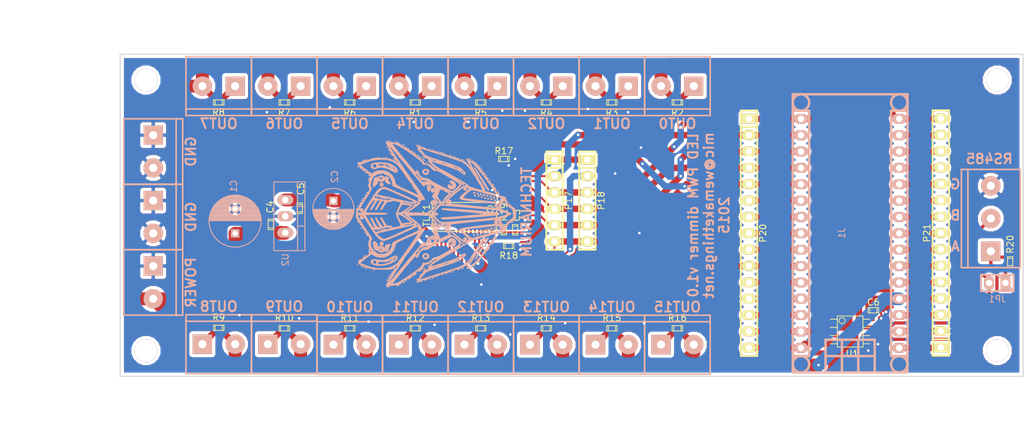
<source format=kicad_pcb>
(kicad_pcb (version 4) (host pcbnew "(2015-09-30 BZR 6232)-product")
  (layers (0 F.Cu signal) (31 B.Cu signal) (34 B.Paste user) (35 F.Paste user) (36 B.SilkS user) (37 F.SilkS user) (38 B.Mask user) (39 F.Mask user) (44 Edge.Cuts user))
  (net 0 "")
  (net 1 +5V)
  (net 2 GND)
  (net 3 +12V)
  (net 4 "Net-(J1-Pad1)")
  (net 5 "Net-(J1-Pad2)")
  (net 6 "Net-(J1-Pad3)")
  (net 7 "Net-(J1-Pad5)")
  (net 8 /GSCLK)
  (net 9 "Net-(J1-Pad7)")
  (net 10 "Net-(J1-Pad8)")
  (net 11 "Net-(J1-Pad9)")
  (net 12 "Net-(J1-Pad10)")
  (net 13 /VPRG)
  (net 14 /XLAT)
  (net 15 /BLANK)
  (net 16 /SIN)
  (net 17 "Net-(J1-Pad15)")
  (net 18 /SCLK)
  (net 19 "Net-(J1-Pad17)")
  (net 20 "Net-(J1-Pad18)")
  (net 21 "Net-(J1-Pad19)")
  (net 22 "Net-(J1-Pad20)")
  (net 23 "Net-(J1-Pad21)")
  (net 24 "Net-(J1-Pad22)")
  (net 25 "Net-(J1-Pad23)")
  (net 26 "Net-(J1-Pad24)")
  (net 27 "Net-(J1-Pad25)")
  (net 28 "Net-(J1-Pad26)")
  (net 29 "Net-(J1-Pad28)")
  (net 30 "Net-(J1-Pad30)")
  (net 31 "Net-(P1-Pad1)")
  (net 32 "Net-(P2-Pad1)")
  (net 33 "Net-(P3-Pad1)")
  (net 34 "Net-(P4-Pad1)")
  (net 35 "Net-(P5-Pad1)")
  (net 36 "Net-(P6-Pad1)")
  (net 37 "Net-(P7-Pad1)")
  (net 38 "Net-(P8-Pad1)")
  (net 39 "Net-(P9-Pad1)")
  (net 40 "Net-(P10-Pad1)")
  (net 41 "Net-(P11-Pad1)")
  (net 42 "Net-(P12-Pad1)")
  (net 43 "Net-(P13-Pad1)")
  (net 44 "Net-(P14-Pad1)")
  (net 45 "Net-(P15-Pad1)")
  (net 46 "Net-(P16-Pad1)")
  (net 47 "Net-(P18-Pad2)")
  (net 48 "Net-(R18-Pad1)")
  (net 49 "Net-(TLC1-Pad23)")
  (net 50 "Net-(JP1-Pad2)")
  (net 51 "Net-(JP1-Pad1)")
  (net 52 "Net-(P22-Pad1)")
  (module w_conn_misc:arduino_nano_header (layer B.Cu) (at 179.18 114.3 90)
    (fp_text reference J1 (at 0 -1.27 90) (layer B.SilkS) (effects (justify mirror)))
    (fp_text value Arduino_Nano_Header hide)
    (pad 1 thru_hole oval (at -17.78 -7.62 90) (size 1.524 2.19964) (drill 1.00076) (layers *.Cu *.Mask B.SilkS) (net 4 "Net-(J1-Pad1)"))
    (pad 2 thru_hole oval (at -15.24 -7.62 90) (size 1.524 2.19964) (drill 1.00076) (layers *.Cu *.Mask B.SilkS) (net 5 "Net-(J1-Pad2)"))
    (pad 3 thru_hole oval (at -12.7 -7.62 90) (size 1.524 2.19964) (drill 1.00076) (layers *.Cu *.Mask B.SilkS) (net 6 "Net-(J1-Pad3)"))
    (pad 4 thru_hole oval (at -10.16 -7.62 90) (size 1.524 2.19964) (drill 1.00076) (layers *.Cu *.Mask B.SilkS) (net 2 GND))
    (pad 5 thru_hole oval (at -7.62 -7.62 90) (size 1.524 2.19964) (drill 1.00076) (layers *.Cu *.Mask B.SilkS) (net 7 "Net-(J1-Pad5)"))
    (pad 6 thru_hole oval (at -5.08 -7.62 90) (size 1.524 2.19964) (drill 1.00076) (layers *.Cu *.Mask B.SilkS) (net 8 /GSCLK))
    (pad 7 thru_hole oval (at -2.54 -7.62 90) (size 1.524 2.19964) (drill 1.00076) (layers *.Cu *.Mask B.SilkS) (net 9 "Net-(J1-Pad7)"))
    (pad 8 thru_hole oval (at 0 -7.62 90) (size 1.524 2.19964) (drill 1.00076) (layers *.Cu *.Mask B.SilkS) (net 10 "Net-(J1-Pad8)"))
    (pad 9 thru_hole oval (at 2.54 -7.62 90) (size 1.524 2.19964) (drill 1.00076) (layers *.Cu *.Mask B.SilkS) (net 11 "Net-(J1-Pad9)"))
    (pad 10 thru_hole oval (at 5.08 -7.62 90) (size 1.524 2.19964) (drill 1.00076) (layers *.Cu *.Mask B.SilkS) (net 12 "Net-(J1-Pad10)"))
    (pad 11 thru_hole oval (at 7.62 -7.62 90) (size 1.524 2.19964) (drill 1.00076) (layers *.Cu *.Mask B.SilkS) (net 13 /VPRG))
    (pad 12 thru_hole oval (at 10.16 -7.62 90) (size 1.524 2.19964) (drill 1.00076) (layers *.Cu *.Mask B.SilkS) (net 14 /XLAT))
    (pad 13 thru_hole oval (at 12.7 -7.62 90) (size 1.524 2.19964) (drill 1.00076) (layers *.Cu *.Mask B.SilkS) (net 15 /BLANK))
    (pad 14 thru_hole oval (at 15.24 -7.62 90) (size 1.524 2.19964) (drill 1.00076) (layers *.Cu *.Mask B.SilkS) (net 16 /SIN))
    (pad 15 thru_hole oval (at 17.78 -7.62 90) (size 1.524 2.19964) (drill 1.00076) (layers *.Cu *.Mask B.SilkS) (net 17 "Net-(J1-Pad15)"))
    (pad 16 thru_hole oval (at 17.78 7.62 90) (size 1.524 2.19964) (drill 1.00076) (layers *.Cu *.Mask B.SilkS) (net 18 /SCLK))
    (pad 17 thru_hole oval (at 15.24 7.62 90) (size 1.524 2.19964) (drill 1.00076) (layers *.Cu *.Mask B.SilkS) (net 19 "Net-(J1-Pad17)"))
    (pad 18 thru_hole oval (at 12.7 7.62 90) (size 1.524 2.19964) (drill 1.00076) (layers *.Cu *.Mask B.SilkS) (net 20 "Net-(J1-Pad18)"))
    (pad 19 thru_hole oval (at 10.16 7.62 90) (size 1.524 2.19964) (drill 1.00076) (layers *.Cu *.Mask B.SilkS) (net 21 "Net-(J1-Pad19)"))
    (pad 20 thru_hole oval (at 7.62 7.62 90) (size 1.524 2.1971) (drill 1.00076) (layers *.Cu *.Mask B.SilkS) (net 22 "Net-(J1-Pad20)"))
    (pad 21 thru_hole oval (at 5.08 7.62 90) (size 1.524 2.1971) (drill 1.00076) (layers *.Cu *.Mask B.SilkS) (net 23 "Net-(J1-Pad21)"))
    (pad 22 thru_hole oval (at 2.54 7.62 90) (size 1.524 2.1971) (drill 1.00076) (layers *.Cu *.Mask B.SilkS) (net 24 "Net-(J1-Pad22)"))
    (pad 23 thru_hole oval (at 0 7.62 90) (size 1.524 2.1971) (drill 1.00076) (layers *.Cu *.Mask B.SilkS) (net 25 "Net-(J1-Pad23)"))
    (pad 24 thru_hole oval (at -2.54 7.62 90) (size 1.524 2.1971) (drill 0.99822) (layers *.Cu *.Mask B.SilkS) (net 26 "Net-(J1-Pad24)"))
    (pad 25 thru_hole oval (at -5.08 7.62 90) (size 1.524 2.1971) (drill 0.99822) (layers *.Cu *.Mask B.SilkS) (net 27 "Net-(J1-Pad25)"))
    (pad 26 thru_hole oval (at -7.62 7.62 90) (size 1.524 2.1971) (drill 0.99822) (layers *.Cu *.Mask B.SilkS) (net 28 "Net-(J1-Pad26)"))
    (pad 27 thru_hole oval (at -10.16 7.62 90) (size 1.524 2.1971) (drill 0.99822) (layers *.Cu *.Mask B.SilkS) (net 1 +5V))
    (pad 28 thru_hole oval (at -12.7 7.62 90) (size 1.524 2.1971) (drill 0.99822) (layers *.Cu *.Mask B.SilkS) (net 29 "Net-(J1-Pad28)"))
    (pad 29 thru_hole oval (at -15.24 7.62 90) (size 1.524 2.1971) (drill 0.99822) (layers *.Cu *.Mask B.SilkS) (net 2 GND))
    (pad 30 thru_hole oval (at -17.78 7.62 90) (size 1.524 2.1971) (drill 0.99822) (layers *.Cu *.Mask B.SilkS) (net 30 "Net-(J1-Pad30)"))
  )
  (module w_conn_screw:mors_2p (layer B.Cu) (at 71.12 121.92 270)
    (fp_text reference P19 hide)
    (fp_text value POWER (at 0 -5.842 270) (layer B.SilkS) (effects (font (thickness 0.3048)) (justify mirror)))
    (pad 1 thru_hole rect (at -2.54 0 270) (size 2.99974 2.99974) (drill 1.24968) (layers *.Cu *.Mask B.SilkS) (net 2 GND))
    (pad 2 thru_hole circle (at 2.54 0 270) (size 2.99974 2.99974) (drill 1.24968) (layers *.Cu *.Mask B.SilkS) (net 3 +12V))
  )
  (module w_conn_screw:mors_2p (layer B.Cu) (at 71.12 111.76 270)
    (fp_text reference P1020 hide)
    (fp_text value GND (at 0 -5.842 270) (layer B.SilkS) (effects (font (thickness 0.3048)) (justify mirror)))
    (pad 1 thru_hole rect (at -2.54 0 270) (size 2.99974 2.99974) (drill 1.24968) (layers *.Cu *.Mask B.SilkS) (net 2 GND))
    (pad 2 thru_hole circle (at 2.54 0 270) (size 2.99974 2.99974) (drill 1.24968) (layers *.Cu *.Mask B.SilkS) (net 2 GND))
  )
  (module Transistors_TO-220:TO-220_Bipolar-BCE_Vertical (layer B.Cu) (at 91.6 111.65104 90)
    (fp_text reference U2 (at -6.74896 0 90) (layer B.SilkS) (effects (justify mirror)))
    (fp_text value 7805 hide)
    (pad 2 thru_hole oval (at 0 0) (size 2.49936 1.50114) (drill 1.00076) (layers *.Cu *.Mask B.SilkS) (net 2 GND))
    (pad 1 thru_hole oval (at -2.54 0) (size 2.49936 1.50114) (drill 1.00076) (layers *.Cu *.Mask B.SilkS) (net 3 +12V))
    (pad 3 thru_hole oval (at 2.54 0) (size 2.49936 1.50114) (drill 1.00076) (layers *.Cu *.Mask B.SilkS) (net 1 +5V))
  )
  (module w_smd_cap:c_0603 (layer F.Cu) (at 127.25 113.75 270)
    (fp_text reference C3 (at -2.25 -0.25 270) (layer F.SilkS))
    (fp_text value 1u hide)
    (pad 1 smd rect (at 0.75184 0 270) (size 0.89916 1.00076) (layers F.Cu F.Paste F.Mask) (net 1 +5V))
    (pad 2 smd rect (at -0.75184 0 270) (size 0.89916 1.00076) (layers F.Cu F.Paste F.Mask) (net 2 GND))
  )
  (module w_smd_cap:c_0603 (layer F.Cu) (at 89.35 112.90104 270)
    (fp_text reference C4 (at -2.70104 0.1 270) (layer F.SilkS))
    (fp_text value 1u hide)
    (pad 1 smd rect (at 0.75184 0 270) (size 0.89916 1.00076) (layers F.Cu F.Paste F.Mask) (net 3 +12V))
    (pad 2 smd rect (at -0.75184 0 270) (size 0.89916 1.00076) (layers F.Cu F.Paste F.Mask) (net 2 GND))
  )
  (module w_conn_screw:mors_2p (layer B.Cu) (at 152.4 91.44 180)
    (fp_text reference P1 hide)
    (fp_text value OUT0 (at 0 -5.842 180) (layer B.SilkS) (effects (font (thickness 0.3048)) (justify mirror)))
    (pad 1 thru_hole rect (at -2.54 0 180) (size 2.99974 2.99974) (drill 1.24968) (layers *.Cu *.Mask B.SilkS) (net 31 "Net-(P1-Pad1)"))
    (pad 2 thru_hole circle (at 2.54 0 180) (size 2.99974 2.99974) (drill 1.24968) (layers *.Cu *.Mask B.SilkS) (net 3 +12V))
  )
  (module w_conn_screw:mors_2p (layer B.Cu) (at 142.24 91.44 180)
    (fp_text reference P2 hide)
    (fp_text value OUT1 (at 0 -5.842 180) (layer B.SilkS) (effects (font (thickness 0.3048)) (justify mirror)))
    (pad 1 thru_hole rect (at -2.54 0 180) (size 2.99974 2.99974) (drill 1.24968) (layers *.Cu *.Mask B.SilkS) (net 32 "Net-(P2-Pad1)"))
    (pad 2 thru_hole circle (at 2.54 0 180) (size 2.99974 2.99974) (drill 1.24968) (layers *.Cu *.Mask B.SilkS) (net 3 +12V))
  )
  (module w_conn_screw:mors_2p (layer B.Cu) (at 132.08 91.44 180)
    (fp_text reference P3 hide)
    (fp_text value OUT2 (at 0 -5.842 180) (layer B.SilkS) (effects (font (thickness 0.3048)) (justify mirror)))
    (pad 1 thru_hole rect (at -2.54 0 180) (size 2.99974 2.99974) (drill 1.24968) (layers *.Cu *.Mask B.SilkS) (net 33 "Net-(P3-Pad1)"))
    (pad 2 thru_hole circle (at 2.54 0 180) (size 2.99974 2.99974) (drill 1.24968) (layers *.Cu *.Mask B.SilkS) (net 3 +12V))
  )
  (module w_conn_screw:mors_2p (layer B.Cu) (at 121.92 91.44 180)
    (fp_text reference P4 hide)
    (fp_text value OUT3 (at 0 -5.842 180) (layer B.SilkS) (effects (font (thickness 0.3048)) (justify mirror)))
    (pad 1 thru_hole rect (at -2.54 0 180) (size 2.99974 2.99974) (drill 1.24968) (layers *.Cu *.Mask B.SilkS) (net 34 "Net-(P4-Pad1)"))
    (pad 2 thru_hole circle (at 2.54 0 180) (size 2.99974 2.99974) (drill 1.24968) (layers *.Cu *.Mask B.SilkS) (net 3 +12V))
  )
  (module w_conn_screw:mors_2p (layer B.Cu) (at 111.76 91.44 180)
    (fp_text reference P5 hide)
    (fp_text value OUT4 (at 0 -5.842 180) (layer B.SilkS) (effects (font (thickness 0.3048)) (justify mirror)))
    (pad 1 thru_hole rect (at -2.54 0 180) (size 2.99974 2.99974) (drill 1.24968) (layers *.Cu *.Mask B.SilkS) (net 35 "Net-(P5-Pad1)"))
    (pad 2 thru_hole circle (at 2.54 0 180) (size 2.99974 2.99974) (drill 1.24968) (layers *.Cu *.Mask B.SilkS) (net 3 +12V))
  )
  (module w_conn_screw:mors_2p (layer B.Cu) (at 101.6 91.44 180)
    (fp_text reference P6 hide)
    (fp_text value OUT5 (at 0 -5.842 180) (layer B.SilkS) (effects (font (thickness 0.3048)) (justify mirror)))
    (pad 1 thru_hole rect (at -2.54 0 180) (size 2.99974 2.99974) (drill 1.24968) (layers *.Cu *.Mask B.SilkS) (net 36 "Net-(P6-Pad1)"))
    (pad 2 thru_hole circle (at 2.54 0 180) (size 2.99974 2.99974) (drill 1.24968) (layers *.Cu *.Mask B.SilkS) (net 3 +12V))
  )
  (module w_conn_screw:mors_2p (layer B.Cu) (at 91.44 91.44 180)
    (fp_text reference P7 hide)
    (fp_text value OUT6 (at 0 -5.842 180) (layer B.SilkS) (effects (font (thickness 0.3048)) (justify mirror)))
    (pad 1 thru_hole rect (at -2.54 0 180) (size 2.99974 2.99974) (drill 1.24968) (layers *.Cu *.Mask B.SilkS) (net 37 "Net-(P7-Pad1)"))
    (pad 2 thru_hole circle (at 2.54 0 180) (size 2.99974 2.99974) (drill 1.24968) (layers *.Cu *.Mask B.SilkS) (net 3 +12V))
  )
  (module w_conn_screw:mors_2p (layer B.Cu) (at 81.28 91.44 180)
    (fp_text reference P8 hide)
    (fp_text value OUT7 (at 0 -5.842 180) (layer B.SilkS) (effects (font (thickness 0.3048)) (justify mirror)))
    (pad 1 thru_hole rect (at -2.54 0 180) (size 2.99974 2.99974) (drill 1.24968) (layers *.Cu *.Mask B.SilkS) (net 38 "Net-(P8-Pad1)"))
    (pad 2 thru_hole circle (at 2.54 0 180) (size 2.99974 2.99974) (drill 1.24968) (layers *.Cu *.Mask B.SilkS) (net 3 +12V))
  )
  (module w_conn_screw:mors_2p (layer B.Cu) (at 81.28 131.506596)
    (fp_text reference P9 hide)
    (fp_text value OUT8 (at 0 -5.842) (layer B.SilkS) (effects (font (thickness 0.3048)) (justify mirror)))
    (pad 1 thru_hole rect (at -2.54 0) (size 2.99974 2.99974) (drill 1.24968) (layers *.Cu *.Mask B.SilkS) (net 39 "Net-(P9-Pad1)"))
    (pad 2 thru_hole circle (at 2.54 0) (size 2.99974 2.99974) (drill 1.24968) (layers *.Cu *.Mask B.SilkS) (net 3 +12V))
  )
  (module w_conn_screw:mors_2p (layer B.Cu) (at 91.44 131.506596)
    (fp_text reference P10 hide)
    (fp_text value OUT9 (at 0 -5.842) (layer B.SilkS) (effects (font (thickness 0.3048)) (justify mirror)))
    (pad 1 thru_hole rect (at -2.54 0) (size 2.99974 2.99974) (drill 1.24968) (layers *.Cu *.Mask B.SilkS) (net 40 "Net-(P10-Pad1)"))
    (pad 2 thru_hole circle (at 2.54 0) (size 2.99974 2.99974) (drill 1.24968) (layers *.Cu *.Mask B.SilkS) (net 3 +12V))
  )
  (module w_conn_screw:mors_2p (layer B.Cu) (at 101.6 131.58)
    (fp_text reference P11 hide)
    (fp_text value OUT10 (at 0 -5.842) (layer B.SilkS) (effects (font (thickness 0.3048)) (justify mirror)))
    (pad 1 thru_hole rect (at -2.54 0) (size 2.99974 2.99974) (drill 1.24968) (layers *.Cu *.Mask B.SilkS) (net 41 "Net-(P11-Pad1)"))
    (pad 2 thru_hole circle (at 2.54 0) (size 2.99974 2.99974) (drill 1.24968) (layers *.Cu *.Mask B.SilkS) (net 3 +12V))
  )
  (module w_conn_screw:mors_2p (layer B.Cu) (at 111.76 131.58)
    (fp_text reference P12 hide)
    (fp_text value OUT11 (at 0 -5.842) (layer B.SilkS) (effects (font (thickness 0.3048)) (justify mirror)))
    (pad 1 thru_hole rect (at -2.54 0) (size 2.99974 2.99974) (drill 1.24968) (layers *.Cu *.Mask B.SilkS) (net 42 "Net-(P12-Pad1)"))
    (pad 2 thru_hole circle (at 2.54 0) (size 2.99974 2.99974) (drill 1.24968) (layers *.Cu *.Mask B.SilkS) (net 3 +12V))
  )
  (module w_conn_screw:mors_2p (layer B.Cu) (at 121.92 131.58)
    (fp_text reference P13 hide)
    (fp_text value OUT12 (at 0 -5.842) (layer B.SilkS) (effects (font (thickness 0.3048)) (justify mirror)))
    (pad 1 thru_hole rect (at -2.54 0) (size 2.99974 2.99974) (drill 1.24968) (layers *.Cu *.Mask B.SilkS) (net 43 "Net-(P13-Pad1)"))
    (pad 2 thru_hole circle (at 2.54 0) (size 2.99974 2.99974) (drill 1.24968) (layers *.Cu *.Mask B.SilkS) (net 3 +12V))
  )
  (module w_conn_screw:mors_2p (layer B.Cu) (at 132.08 131.58)
    (fp_text reference P14 hide)
    (fp_text value OUT13 (at 0 -5.842) (layer B.SilkS) (effects (font (thickness 0.3048)) (justify mirror)))
    (pad 1 thru_hole rect (at -2.54 0) (size 2.99974 2.99974) (drill 1.24968) (layers *.Cu *.Mask B.SilkS) (net 44 "Net-(P14-Pad1)"))
    (pad 2 thru_hole circle (at 2.54 0) (size 2.99974 2.99974) (drill 1.24968) (layers *.Cu *.Mask B.SilkS) (net 3 +12V))
  )
  (module w_conn_screw:mors_2p (layer B.Cu) (at 142.24 131.58)
    (fp_text reference P15 hide)
    (fp_text value OUT14 (at 0 -5.842) (layer B.SilkS) (effects (font (thickness 0.3048)) (justify mirror)))
    (pad 1 thru_hole rect (at -2.54 0) (size 2.99974 2.99974) (drill 1.24968) (layers *.Cu *.Mask B.SilkS) (net 45 "Net-(P15-Pad1)"))
    (pad 2 thru_hole circle (at 2.54 0) (size 2.99974 2.99974) (drill 1.24968) (layers *.Cu *.Mask B.SilkS) (net 3 +12V))
  )
  (module w_conn_screw:mors_2p (layer B.Cu) (at 152.4 131.58)
    (fp_text reference P16 hide)
    (fp_text value OUT15 (at 0 -5.842) (layer B.SilkS) (effects (font (thickness 0.3048)) (justify mirror)))
    (pad 1 thru_hole rect (at -2.54 0) (size 2.99974 2.99974) (drill 1.24968) (layers *.Cu *.Mask B.SilkS) (net 46 "Net-(P16-Pad1)"))
    (pad 2 thru_hole circle (at 2.54 0) (size 2.99974 2.99974) (drill 1.24968) (layers *.Cu *.Mask B.SilkS) (net 3 +12V))
  )
  (module w_pin_strip:pin_strip_6 (layer F.Cu) (at 133.35 109.22 270)
    (fp_text reference P17 (at 0 -2.159 270) (layer F.SilkS))
    (fp_text value CONN_01X06 hide)
    (pad 1 thru_hole rect (at -6.35 0 270) (size 1.524 2.19964) (drill 1.00076) (layers *.Cu *.Mask F.SilkS) (net 1 +5V))
    (pad 2 thru_hole oval (at -3.81 0 270) (size 1.524 2.19964) (drill 1.00076) (layers *.Cu *.Mask F.SilkS) (net 16 /SIN))
    (pad 3 thru_hole oval (at -1.27 0 270) (size 1.524 2.19964) (drill 1.00076) (layers *.Cu *.Mask F.SilkS) (net 18 /SCLK))
    (pad 4 thru_hole oval (at 1.27 0 270) (size 1.524 2.19964) (drill 1.00076) (layers *.Cu *.Mask F.SilkS) (net 14 /XLAT))
    (pad 5 thru_hole oval (at 3.81 0 270) (size 1.524 2.19964) (drill 1.00076) (layers *.Cu *.Mask F.SilkS) (net 15 /BLANK))
    (pad 6 thru_hole oval (at 6.35 0 270) (size 1.524 2.19964) (drill 1.00076) (layers *.Cu *.Mask F.SilkS) (net 8 /GSCLK))
  )
  (module w_pin_strip:pin_strip_6 (layer F.Cu) (at 138.43 109.22 270)
    (fp_text reference P18 (at 0 -2.159 270) (layer F.SilkS))
    (fp_text value CONN_01X06 hide)
    (pad 1 thru_hole rect (at -6.35 0 270) (size 1.524 2.19964) (drill 1.00076) (layers *.Cu *.Mask F.SilkS) (net 1 +5V))
    (pad 2 thru_hole oval (at -3.81 0 270) (size 1.524 2.19964) (drill 1.00076) (layers *.Cu *.Mask F.SilkS) (net 47 "Net-(P18-Pad2)"))
    (pad 3 thru_hole oval (at -1.27 0 270) (size 1.524 2.19964) (drill 1.00076) (layers *.Cu *.Mask F.SilkS) (net 18 /SCLK))
    (pad 4 thru_hole oval (at 1.27 0 270) (size 1.524 2.19964) (drill 1.00076) (layers *.Cu *.Mask F.SilkS) (net 14 /XLAT))
    (pad 5 thru_hole oval (at 3.81 0 270) (size 1.524 2.19964) (drill 1.00076) (layers *.Cu *.Mask F.SilkS) (net 15 /BLANK))
    (pad 6 thru_hole oval (at 6.35 0 270) (size 1.524 2.19964) (drill 1.00076) (layers *.Cu *.Mask F.SilkS) (net 8 /GSCLK))
  )
  (module w_conn_screw:mors_2p (layer B.Cu) (at 71.12 101.6 270)
    (fp_text reference P1021 hide)
    (fp_text value GND (at 0 -5.842 270) (layer B.SilkS) (effects (font (thickness 0.3048)) (justify mirror)))
    (pad 1 thru_hole rect (at -2.54 0 270) (size 2.99974 2.99974) (drill 1.24968) (layers *.Cu *.Mask B.SilkS) (net 2 GND))
    (pad 2 thru_hole circle (at 2.54 0 270) (size 2.99974 2.99974) (drill 1.24968) (layers *.Cu *.Mask B.SilkS) (net 2 GND))
  )
  (module w_smd_resistors:r_0603 (layer F.Cu) (at 111.76 93.98 180)
    (fp_text reference R1 (at 0 -1.6096 180) (layer F.SilkS))
    (fp_text value R hide)
    (pad 1 smd rect (at 0.75184 0 180) (size 0.89916 1.00076) (layers F.Cu F.Paste F.Mask) (net 3 +12V))
    (pad 2 smd rect (at -0.75184 0 180) (size 0.89916 1.00076) (layers F.Cu F.Paste F.Mask) (net 35 "Net-(P5-Pad1)"))
  )
  (module w_smd_resistors:r_0603 (layer F.Cu) (at 152.4 93.98 180)
    (fp_text reference R2 (at 0 -1.6096 180) (layer F.SilkS))
    (fp_text value R hide)
    (pad 1 smd rect (at 0.75184 0 180) (size 0.89916 1.00076) (layers F.Cu F.Paste F.Mask) (net 3 +12V))
    (pad 2 smd rect (at -0.75184 0 180) (size 0.89916 1.00076) (layers F.Cu F.Paste F.Mask) (net 31 "Net-(P1-Pad1)"))
  )
  (module w_smd_resistors:r_0603 (layer F.Cu) (at 142.24 93.98 180)
    (fp_text reference R3 (at 0 -1.6096 180) (layer F.SilkS))
    (fp_text value R hide)
    (pad 1 smd rect (at 0.75184 0 180) (size 0.89916 1.00076) (layers F.Cu F.Paste F.Mask) (net 3 +12V))
    (pad 2 smd rect (at -0.75184 0 180) (size 0.89916 1.00076) (layers F.Cu F.Paste F.Mask) (net 32 "Net-(P2-Pad1)"))
  )
  (module w_smd_resistors:r_0603 (layer F.Cu) (at 132.08 93.98 180)
    (fp_text reference R4 (at 0 -1.6096 180) (layer F.SilkS))
    (fp_text value R hide)
    (pad 1 smd rect (at 0.75184 0 180) (size 0.89916 1.00076) (layers F.Cu F.Paste F.Mask) (net 3 +12V))
    (pad 2 smd rect (at -0.75184 0 180) (size 0.89916 1.00076) (layers F.Cu F.Paste F.Mask) (net 33 "Net-(P3-Pad1)"))
  )
  (module w_smd_resistors:r_0603 (layer F.Cu) (at 121.92 93.98 180)
    (fp_text reference R5 (at 0 -1.6096 180) (layer F.SilkS))
    (fp_text value R hide)
    (pad 1 smd rect (at 0.75184 0 180) (size 0.89916 1.00076) (layers F.Cu F.Paste F.Mask) (net 3 +12V))
    (pad 2 smd rect (at -0.75184 0 180) (size 0.89916 1.00076) (layers F.Cu F.Paste F.Mask) (net 34 "Net-(P4-Pad1)"))
  )
  (module w_smd_resistors:r_0603 (layer F.Cu) (at 101.6 93.98 180)
    (fp_text reference R6 (at 0 -1.6096 180) (layer F.SilkS))
    (fp_text value R hide)
    (pad 1 smd rect (at 0.75184 0 180) (size 0.89916 1.00076) (layers F.Cu F.Paste F.Mask) (net 3 +12V))
    (pad 2 smd rect (at -0.75184 0 180) (size 0.89916 1.00076) (layers F.Cu F.Paste F.Mask) (net 36 "Net-(P6-Pad1)"))
  )
  (module w_smd_resistors:r_0603 (layer F.Cu) (at 91.44 93.98 180)
    (fp_text reference R7 (at 0 -1.52 180) (layer F.SilkS))
    (fp_text value R hide)
    (pad 1 smd rect (at 0.75184 0 180) (size 0.89916 1.00076) (layers F.Cu F.Paste F.Mask) (net 3 +12V))
    (pad 2 smd rect (at -0.75184 0 180) (size 0.89916 1.00076) (layers F.Cu F.Paste F.Mask) (net 37 "Net-(P7-Pad1)"))
  )
  (module w_smd_resistors:r_0603 (layer F.Cu) (at 81.28 93.98 180)
    (fp_text reference R8 (at 0.03 -1.52 180) (layer F.SilkS))
    (fp_text value R hide)
    (pad 1 smd rect (at 0.75184 0 180) (size 0.89916 1.00076) (layers F.Cu F.Paste F.Mask) (net 3 +12V))
    (pad 2 smd rect (at -0.75184 0 180) (size 0.89916 1.00076) (layers F.Cu F.Paste F.Mask) (net 38 "Net-(P8-Pad1)"))
  )
  (module w_smd_resistors:r_0603 (layer F.Cu) (at 81.28 128.966596)
    (fp_text reference R9 (at 0 -1.6096) (layer F.SilkS))
    (fp_text value R hide)
    (pad 1 smd rect (at 0.75184 0) (size 0.89916 1.00076) (layers F.Cu F.Paste F.Mask) (net 3 +12V))
    (pad 2 smd rect (at -0.75184 0) (size 0.89916 1.00076) (layers F.Cu F.Paste F.Mask) (net 39 "Net-(P9-Pad1)"))
  )
  (module w_smd_resistors:r_0603 (layer F.Cu) (at 91.44 129.04)
    (fp_text reference R10 (at 0 -1.6096) (layer F.SilkS))
    (fp_text value R hide)
    (pad 1 smd rect (at 0.75184 0) (size 0.89916 1.00076) (layers F.Cu F.Paste F.Mask) (net 3 +12V))
    (pad 2 smd rect (at -0.75184 0) (size 0.89916 1.00076) (layers F.Cu F.Paste F.Mask) (net 40 "Net-(P10-Pad1)"))
  )
  (module w_smd_resistors:r_0603 (layer F.Cu) (at 101.6 129.04)
    (fp_text reference R11 (at 0 -1.6096) (layer F.SilkS))
    (fp_text value R hide)
    (pad 1 smd rect (at 0.75184 0) (size 0.89916 1.00076) (layers F.Cu F.Paste F.Mask) (net 3 +12V))
    (pad 2 smd rect (at -0.75184 0) (size 0.89916 1.00076) (layers F.Cu F.Paste F.Mask) (net 41 "Net-(P11-Pad1)"))
  )
  (module w_smd_resistors:r_0603 (layer F.Cu) (at 111.76 129.04)
    (fp_text reference R12 (at 0 -1.6096) (layer F.SilkS))
    (fp_text value R hide)
    (pad 1 smd rect (at 0.75184 0) (size 0.89916 1.00076) (layers F.Cu F.Paste F.Mask) (net 3 +12V))
    (pad 2 smd rect (at -0.75184 0) (size 0.89916 1.00076) (layers F.Cu F.Paste F.Mask) (net 42 "Net-(P12-Pad1)"))
  )
  (module w_smd_resistors:r_0603 (layer F.Cu) (at 121.92 129.04)
    (fp_text reference R13 (at 0 -1.6096) (layer F.SilkS))
    (fp_text value R hide)
    (pad 1 smd rect (at 0.75184 0) (size 0.89916 1.00076) (layers F.Cu F.Paste F.Mask) (net 3 +12V))
    (pad 2 smd rect (at -0.75184 0) (size 0.89916 1.00076) (layers F.Cu F.Paste F.Mask) (net 43 "Net-(P13-Pad1)"))
  )
  (module w_smd_resistors:r_0603 (layer F.Cu) (at 132.08 129.04)
    (fp_text reference R14 (at 0 -1.6096) (layer F.SilkS))
    (fp_text value R hide)
    (pad 1 smd rect (at 0.75184 0) (size 0.89916 1.00076) (layers F.Cu F.Paste F.Mask) (net 3 +12V))
    (pad 2 smd rect (at -0.75184 0) (size 0.89916 1.00076) (layers F.Cu F.Paste F.Mask) (net 44 "Net-(P14-Pad1)"))
  )
  (module w_smd_resistors:r_0603 (layer F.Cu) (at 142.24 129.04)
    (fp_text reference R15 (at 0 -1.6096) (layer F.SilkS))
    (fp_text value R hide)
    (pad 1 smd rect (at 0.75184 0) (size 0.89916 1.00076) (layers F.Cu F.Paste F.Mask) (net 3 +12V))
    (pad 2 smd rect (at -0.75184 0) (size 0.89916 1.00076) (layers F.Cu F.Paste F.Mask) (net 45 "Net-(P15-Pad1)"))
  )
  (module w_smd_resistors:r_0603 (layer F.Cu) (at 152.4 129.04)
    (fp_text reference R16 (at 0 -1.6096) (layer F.SilkS))
    (fp_text value R hide)
    (pad 1 smd rect (at 0.75184 0) (size 0.89916 1.00076) (layers F.Cu F.Paste F.Mask) (net 3 +12V))
    (pad 2 smd rect (at -0.75184 0) (size 0.89916 1.00076) (layers F.Cu F.Paste F.Mask) (net 46 "Net-(P16-Pad1)"))
  )
  (module w_smd_resistors:r_0603 (layer F.Cu) (at 125.5 102.75)
    (fp_text reference R17 (at 0 -1.25) (layer F.SilkS))
    (fp_text value R hide)
    (pad 1 smd rect (at 0.75184 0) (size 0.89916 1.00076) (layers F.Cu F.Paste F.Mask) (net 2 GND))
    (pad 2 smd rect (at -0.75184 0) (size 0.89916 1.00076) (layers F.Cu F.Paste F.Mask) (net 13 /VPRG))
  )
  (module w_smd_resistors:r_0603 (layer F.Cu) (at 126.25 116.25 180)
    (fp_text reference R18 (at 0 -1.5 180) (layer F.SilkS))
    (fp_text value 324 hide)
    (pad 1 smd rect (at 0.75184 0 180) (size 0.89916 1.00076) (layers F.Cu F.Paste F.Mask) (net 48 "Net-(R18-Pad1)"))
    (pad 2 smd rect (at -0.75184 0 180) (size 0.89916 1.00076) (layers F.Cu F.Paste F.Mask) (net 2 GND))
  )
  (module w_smd_resistors:r_0603 (layer F.Cu) (at 125.5 113.75 270)
    (fp_text reference R19 (at -2.75 0 270) (layer F.SilkS))
    (fp_text value R hide)
    (pad 1 smd rect (at 0.75184 0 270) (size 0.89916 1.00076) (layers F.Cu F.Paste F.Mask) (net 1 +5V))
    (pad 2 smd rect (at -0.75184 0 270) (size 0.89916 1.00076) (layers F.Cu F.Paste F.Mask) (net 15 /BLANK))
  )
  (module htssop-28:HTSSOP-28 (layer F.Cu) (at 119.38 111.76 180)
    (fp_text reference TLC1 (at 5.88 0.26 270) (layer F.SilkS))
    (fp_text value TLC5940-TSSOP hide)
    (pad 15 smd rect (at 4.225 -2.8 180) (size 0.3 1.6) (layers F.Cu F.Paste F.Mask) (net 39 "Net-(P9-Pad1)"))
    (pad 16 smd rect (at 3.575 -2.8 180) (size 0.3 1.6) (layers F.Cu F.Paste F.Mask) (net 40 "Net-(P10-Pad1)"))
    (pad 17 smd rect (at 2.925 -2.8 180) (size 0.3 1.6) (layers F.Cu F.Paste F.Mask) (net 41 "Net-(P11-Pad1)"))
    (pad 18 smd rect (at 2.275 -2.8 180) (size 0.3 1.6) (layers F.Cu F.Paste F.Mask) (net 42 "Net-(P12-Pad1)"))
    (pad 19 smd rect (at 1.625 -2.8 180) (size 0.3 1.6) (layers F.Cu F.Paste F.Mask) (net 43 "Net-(P13-Pad1)"))
    (pad 20 smd rect (at 0.975 -2.8 180) (size 0.3 1.6) (layers F.Cu F.Paste F.Mask) (net 44 "Net-(P14-Pad1)"))
    (pad 21 smd rect (at 0.325 -2.8 180) (size 0.3 1.6) (layers F.Cu F.Paste F.Mask) (net 45 "Net-(P15-Pad1)"))
    (pad 22 smd rect (at -0.325 -2.8 180) (size 0.3 1.6) (layers F.Cu F.Paste F.Mask) (net 46 "Net-(P16-Pad1)"))
    (pad 23 smd rect (at -0.975 -2.8 180) (size 0.3 1.6) (layers F.Cu F.Paste F.Mask) (net 49 "Net-(TLC1-Pad23)"))
    (pad 24 smd rect (at -1.625 -2.8 180) (size 0.3 1.6) (layers F.Cu F.Paste F.Mask) (net 47 "Net-(P18-Pad2)"))
    (pad 25 smd rect (at -2.275 -2.8 180) (size 0.3 1.6) (layers F.Cu F.Paste F.Mask) (net 8 /GSCLK))
    (pad 26 smd rect (at -2.925 -2.8 180) (size 0.3 1.6) (layers F.Cu F.Paste F.Mask) (net 1 +5V))
    (pad 27 smd rect (at -3.575 -2.8 180) (size 0.3 1.6) (layers F.Cu F.Paste F.Mask) (net 48 "Net-(R18-Pad1)"))
    (pad 28 smd rect (at -4.225 -2.8 180) (size 0.3 1.6) (layers F.Cu F.Paste F.Mask) (net 1 +5V))
    (pad 1 smd rect (at -4.225 2.8 180) (size 0.3 1.6) (layers F.Cu F.Paste F.Mask) (net 2 GND))
    (pad 2 smd rect (at -3.575 2.8 180) (size 0.3 1.6) (layers F.Cu F.Paste F.Mask) (net 15 /BLANK))
    (pad 3 smd rect (at -2.925 2.8 180) (size 0.3 1.6) (layers F.Cu F.Paste F.Mask) (net 14 /XLAT))
    (pad 4 smd rect (at -2.275 2.8 180) (size 0.3 1.6) (layers F.Cu F.Paste F.Mask) (net 18 /SCLK))
    (pad 5 smd rect (at -1.625 2.8 180) (size 0.3 1.6) (layers F.Cu F.Paste F.Mask) (net 16 /SIN))
    (pad 6 smd rect (at -0.975 2.8 180) (size 0.3 1.6) (layers F.Cu F.Paste F.Mask) (net 13 /VPRG))
    (pad 7 smd rect (at -0.325 2.8 180) (size 0.3 1.6) (layers F.Cu F.Paste F.Mask) (net 31 "Net-(P1-Pad1)"))
    (pad 8 smd rect (at 0.325 2.8 180) (size 0.3 1.6) (layers F.Cu F.Paste F.Mask) (net 32 "Net-(P2-Pad1)"))
    (pad 9 smd rect (at 0.975 2.8 180) (size 0.3 1.6) (layers F.Cu F.Paste F.Mask) (net 33 "Net-(P3-Pad1)"))
    (pad 10 smd rect (at 1.625 2.8 180) (size 0.3 1.6) (layers F.Cu F.Paste F.Mask) (net 34 "Net-(P4-Pad1)"))
    (pad 11 smd rect (at 2.275 2.8 180) (size 0.3 1.6) (layers F.Cu F.Paste F.Mask) (net 35 "Net-(P5-Pad1)"))
    (pad 12 smd rect (at 2.925 2.8 180) (size 0.3 1.6) (layers F.Cu F.Paste F.Mask) (net 36 "Net-(P6-Pad1)"))
    (pad 13 smd rect (at 3.575 2.8 180) (size 0.3 1.6) (layers F.Cu F.Paste F.Mask) (net 37 "Net-(P7-Pad1)"))
    (pad 14 smd rect (at 4.225 2.8 180) (size 0.3 1.6) (layers F.Cu F.Paste F.Mask) (net 38 "Net-(P8-Pad1)"))
    (pad 29 smd rect (at 0 0 180) (size 6.17 2.4) (layers F.Cu F.Paste F.Mask) (net 2 GND))
  )
  (module w_smd_dil:so-8 (layer F.Cu) (at 179.18 129.54 270)
    (fp_text reference U1 (at 3.46 -0.32 360) (layer F.SilkS))
    (fp_text value SP3481CN hide)
    (pad 1 smd rect (at -1.905 2.794 270) (size 0.59944 1.99898) (layers F.Cu F.Paste F.Mask) (net 5 "Net-(J1-Pad2)"))
    (pad 2 smd rect (at -0.635 2.794 270) (size 0.59944 1.99898) (layers F.Cu F.Paste F.Mask) (net 17 "Net-(J1-Pad15)"))
    (pad 3 smd rect (at 0.635 2.794 270) (size 0.59944 1.99898) (layers F.Cu F.Paste F.Mask) (net 17 "Net-(J1-Pad15)"))
    (pad 4 smd rect (at 1.905 2.794 270) (size 0.59944 1.99898) (layers F.Cu F.Paste F.Mask) (net 4 "Net-(J1-Pad1)"))
    (pad 5 smd rect (at 1.905 -2.794 270) (size 0.59944 1.99898) (layers F.Cu F.Paste F.Mask) (net 2 GND))
    (pad 6 smd rect (at 0.635 -2.794 270) (size 0.59944 1.99898) (layers F.Cu F.Paste F.Mask) (net 52 "Net-(P22-Pad1)"))
    (pad 7 smd rect (at -0.635 -2.794 270) (size 0.59944 1.99898) (layers F.Cu F.Paste F.Mask) (net 50 "Net-(JP1-Pad2)"))
    (pad 8 smd rect (at -1.905 -2.794 270) (size 0.59944 1.99898) (layers F.Cu F.Paste F.Mask) (net 1 +5V))
  )
  (module w_smd_cap:c_0603 (layer F.Cu) (at 93.85 110.40104 90)
    (fp_text reference C5 (at 3.00104 0.15 90) (layer F.SilkS))
    (fp_text value 1u hide)
    (pad 1 smd rect (at 0.75184 0 90) (size 0.89916 1.00076) (layers F.Cu F.Paste F.Mask) (net 1 +5V))
    (pad 2 smd rect (at -0.75184 0 90) (size 0.89916 1.00076) (layers F.Cu F.Paste F.Mask) (net 2 GND))
  )
  (module w_smd_cap:c_0603 (layer F.Cu) (at 182.79 126.25 180)
    (fp_text reference C6 (at 0 1.25 180) (layer F.SilkS))
    (fp_text value 1u hide)
    (pad 1 smd rect (at 0.75184 0 180) (size 0.89916 1.00076) (layers F.Cu F.Paste F.Mask) (net 1 +5V))
    (pad 2 smd rect (at -0.75184 0 180) (size 0.89916 1.00076) (layers F.Cu F.Paste F.Mask) (net 2 GND))
  )
  (module Mounting_Holes:MountingHole_3-5mm (layer F.Cu) (at 70 90.5)
    (fp_text reference REF** hide)
    (fp_text value MountingHole_3-5mm hide)
    (pad 1 thru_hole circle (at 0 0) (size 3.5 3.5) (drill 3.5) (layers))
  )
  (module Mounting_Holes:MountingHole_3-5mm (layer F.Cu) (at 70 132.5)
    (fp_text reference REF** hide)
    (fp_text value MountingHole_3-5mm hide)
    (pad 1 thru_hole circle (at 0 0) (size 3.5 3.5) (drill 3.5) (layers))
  )
  (module Mounting_Holes:MountingHole_3-5mm (layer F.Cu) (at 202 132.5)
    (fp_text reference REF** hide)
    (fp_text value MountingHole_3-5mm hide)
    (pad 1 thru_hole circle (at 0 0) (size 3.5 3.5) (drill 3.5) (layers))
  )
  (module Mounting_Holes:MountingHole_3-5mm (layer F.Cu) (at 202 90.5)
    (fp_text reference REF** hide)
    (fp_text value MountingHole_3-5mm hide)
    (pad 1 thru_hole circle (at 0 0) (size 3.5 3.5) (drill 3.5) (layers))
  )
  (module Capacitors_ThroughHole:C_Radial_D8_L13_P3.8 (layer B.Cu) (at 83.82 114.3 90)
    (fp_text reference C1 (at 7.3 -0.22 90) (layer B.SilkS) (effects (justify mirror)))
    (fp_text value 470u hide)
    (pad 1 thru_hole rect (at 0 0 90) (size 1.3 1.3) (drill 0.8) (layers *.Cu *.Mask B.SilkS) (net 3 +12V))
    (pad 2 thru_hole circle (at 3.8 0 90) (size 1.3 1.3) (drill 0.8) (layers *.Cu *.Mask B.SilkS) (net 2 GND))
  )
  (module Capacitors_ThroughHole:C_Radial_D6.3_L11.2_P2.5 (layer B.Cu) (at 99.06 109.26 270)
    (fp_text reference C2 (at -3.76 -0.19 270) (layer B.SilkS) (effects (justify mirror)))
    (fp_text value 470u)
    (pad 2 thru_hole circle (at 2.5 0 270) (size 1.3 1.3) (drill 0.8) (layers *.Cu *.Mask B.SilkS) (net 2 GND))
    (pad 1 thru_hole rect (at 0 0 270) (size 1.3 1.3) (drill 0.8) (layers *.Cu *.Mask B.SilkS) (net 1 +5V))
  )
  (module tlc5940:technarium-logo (layer F.Cu) (at 119 111.25 90)
    (fp_text reference G*** hide)
    (fp_text value LOGO hide)
  )
  (module w_pin_strip:pin_strip_2 (layer B.Cu) (at 202 122 180)
    (fp_text reference JP1 (at 0 -2.5 180) (layer B.SilkS) (effects (justify mirror)))
    (fp_text value TERM hide)
    (pad 1 thru_hole rect (at -1.27 0 180) (size 1.524 2.19964) (drill 1.00076) (layers *.Cu *.Mask B.SilkS) (net 51 "Net-(JP1-Pad1)"))
    (pad 2 thru_hole oval (at 1.27 0 180) (size 1.524 2.19964) (drill 1.00076) (layers *.Cu *.Mask B.SilkS) (net 50 "Net-(JP1-Pad2)"))
  )
  (module w_smd_resistors:r_0603 (layer F.Cu) (at 204 118.75 90)
    (fp_text reference R20 (at 2.75 0 90) (layer F.SilkS))
    (fp_text value 120 hide)
    (pad 1 smd rect (at 0.75184 0 90) (size 0.89916 1.00076) (layers F.Cu F.Paste F.Mask) (net 52 "Net-(P22-Pad1)"))
    (pad 2 smd rect (at -0.75184 0 90) (size 0.89916 1.00076) (layers F.Cu F.Paste F.Mask) (net 51 "Net-(JP1-Pad1)"))
  )
  (module w_conn_screw:mors_3p (layer B.Cu) (at 201 112 90)
    (fp_text reference P22 hide)
    (fp_text value "B RS485 A" hide)
    (pad 1 thru_hole rect (at -5.08 0 90) (size 2.99974 2.99974) (drill 1.24968) (layers *.Cu *.Mask B.SilkS) (net 52 "Net-(P22-Pad1)"))
    (pad 2 thru_hole circle (at 0 0 90) (size 2.99974 2.99974) (drill 1.24968) (layers *.Cu *.Mask B.SilkS) (net 50 "Net-(JP1-Pad2)"))
    (pad 3 thru_hole circle (at 5.08 0 90) (size 2.99974 2.99974) (drill 1.24968) (layers *.Cu *.Mask B.SilkS) (net 2 GND))
  )
  (module w_pin_strip:pin_strip_15 (layer F.Cu) (at 163.5 114.28 270)
    (fp_text reference P20 (at 0 -2.159 270) (layer F.SilkS))
    (fp_text value CONN_01X15 hide)
    (pad 1 thru_hole rect (at -17.78 0 270) (size 1.524 2.19964) (drill 1.00076) (layers *.Cu *.Mask F.SilkS) (net 17 "Net-(J1-Pad15)"))
    (pad 2 thru_hole oval (at -15.24 0 270) (size 1.524 2.19964) (drill 1.00076) (layers *.Cu *.Mask F.SilkS) (net 16 /SIN))
    (pad 3 thru_hole oval (at -12.7 0 270) (size 1.524 2.19964) (drill 1.00076) (layers *.Cu *.Mask F.SilkS) (net 15 /BLANK))
    (pad 4 thru_hole oval (at -10.16 0 270) (size 1.524 2.19964) (drill 1.00076) (layers *.Cu *.Mask F.SilkS) (net 14 /XLAT))
    (pad 5 thru_hole oval (at -7.62 0 270) (size 1.524 2.19964) (drill 1.00076) (layers *.Cu *.Mask F.SilkS) (net 13 /VPRG))
    (pad 6 thru_hole oval (at -5.08 0 270) (size 1.524 2.19964) (drill 1.00076) (layers *.Cu *.Mask F.SilkS) (net 12 "Net-(J1-Pad10)"))
    (pad 7 thru_hole oval (at -2.54 0 270) (size 1.524 2.19964) (drill 1.00076) (layers *.Cu *.Mask F.SilkS) (net 11 "Net-(J1-Pad9)"))
    (pad 8 thru_hole oval (at 0 0 270) (size 1.524 2.19964) (drill 1.00076) (layers *.Cu *.Mask F.SilkS) (net 10 "Net-(J1-Pad8)"))
    (pad 9 thru_hole oval (at 2.54 0 270) (size 1.524 2.19964) (drill 1.00076) (layers *.Cu *.Mask F.SilkS) (net 9 "Net-(J1-Pad7)"))
    (pad 10 thru_hole oval (at 5.08 0 270) (size 1.524 2.19964) (drill 1.00076) (layers *.Cu *.Mask F.SilkS) (net 8 /GSCLK))
    (pad 11 thru_hole oval (at 7.62 0 270) (size 1.524 2.19964) (drill 1.00076) (layers *.Cu *.Mask F.SilkS) (net 7 "Net-(J1-Pad5)"))
    (pad 12 thru_hole oval (at 10.16 0 270) (size 1.524 2.19964) (drill 1.00076) (layers *.Cu *.Mask F.SilkS) (net 2 GND))
    (pad 13 thru_hole oval (at 12.7 0 270) (size 1.524 2.19964) (drill 1.00076) (layers *.Cu *.Mask F.SilkS) (net 6 "Net-(J1-Pad3)"))
    (pad 14 thru_hole oval (at 15.24 0 270) (size 1.524 2.19964) (drill 1.00076) (layers *.Cu *.Mask F.SilkS) (net 5 "Net-(J1-Pad2)"))
    (pad 15 thru_hole oval (at 17.78 0 270) (size 1.524 2.19964) (drill 1.00076) (layers *.Cu *.Mask F.SilkS) (net 4 "Net-(J1-Pad1)"))
  )
  (module w_pin_strip:pin_strip_15 (layer F.Cu) (at 193.25 114.25 90)
    (fp_text reference P21 (at 0 -2.159 90) (layer F.SilkS))
    (fp_text value CONN_01X15 hide)
    (pad 1 thru_hole rect (at -17.78 0 90) (size 1.524 2.19964) (drill 1.00076) (layers *.Cu *.Mask F.SilkS) (net 30 "Net-(J1-Pad30)"))
    (pad 2 thru_hole oval (at -15.24 0 90) (size 1.524 2.19964) (drill 1.00076) (layers *.Cu *.Mask F.SilkS) (net 2 GND))
    (pad 3 thru_hole oval (at -12.7 0 90) (size 1.524 2.19964) (drill 1.00076) (layers *.Cu *.Mask F.SilkS) (net 29 "Net-(J1-Pad28)"))
    (pad 4 thru_hole oval (at -10.16 0 90) (size 1.524 2.19964) (drill 1.00076) (layers *.Cu *.Mask F.SilkS) (net 1 +5V))
    (pad 5 thru_hole oval (at -7.62 0 90) (size 1.524 2.19964) (drill 1.00076) (layers *.Cu *.Mask F.SilkS) (net 28 "Net-(J1-Pad26)"))
    (pad 6 thru_hole oval (at -5.08 0 90) (size 1.524 2.19964) (drill 1.00076) (layers *.Cu *.Mask F.SilkS) (net 27 "Net-(J1-Pad25)"))
    (pad 7 thru_hole oval (at -2.54 0 90) (size 1.524 2.19964) (drill 1.00076) (layers *.Cu *.Mask F.SilkS) (net 26 "Net-(J1-Pad24)"))
    (pad 8 thru_hole oval (at 0 0 90) (size 1.524 2.19964) (drill 1.00076) (layers *.Cu *.Mask F.SilkS) (net 25 "Net-(J1-Pad23)"))
    (pad 9 thru_hole oval (at 2.54 0 90) (size 1.524 2.19964) (drill 1.00076) (layers *.Cu *.Mask F.SilkS) (net 24 "Net-(J1-Pad22)"))
    (pad 10 thru_hole oval (at 5.08 0 90) (size 1.524 2.19964) (drill 1.00076) (layers *.Cu *.Mask F.SilkS) (net 23 "Net-(J1-Pad21)"))
    (pad 11 thru_hole oval (at 7.62 0 90) (size 1.524 2.19964) (drill 1.00076) (layers *.Cu *.Mask F.SilkS) (net 22 "Net-(J1-Pad20)"))
    (pad 12 thru_hole oval (at 10.16 0 90) (size 1.524 2.19964) (drill 1.00076) (layers *.Cu *.Mask F.SilkS) (net 21 "Net-(J1-Pad19)"))
    (pad 13 thru_hole oval (at 12.7 0 90) (size 1.524 2.19964) (drill 1.00076) (layers *.Cu *.Mask F.SilkS) (net 20 "Net-(J1-Pad18)"))
    (pad 14 thru_hole oval (at 15.24 0 90) (size 1.524 2.19964) (drill 1.00076) (layers *.Cu *.Mask F.SilkS) (net 19 "Net-(J1-Pad17)"))
    (pad 15 thru_hole oval (at 17.78 0 90) (size 1.524 2.19964) (drill 1.00076) (layers *.Cu *.Mask F.SilkS) (net 18 /SCLK))
  )
  (gr_text RS485 (at 200.75 102.75) (layer B.SilkS) (effects (font (size 1.5 1.5) (thickness 0.3)) (justify mirror)))
  (gr_text "G\n\nB\n\nA" (at 195.5 111.5) (layer B.SilkS) (effects (font (size 1.5 1.5) (thickness 0.3)) (justify mirror)))
  (gr_text "LED PWM dimmer v1.0\nmic@wemakethings.net\n2015" (at 157.25 111.5 90) (layer B.SilkS) (effects (font (size 1.5 1.5) (thickness 0.3)) (justify mirror)))
  (gr_text TECHNARIUM (at 129 111 90) (layer B.SilkS) (effects (font (size 1.5 1.5) (thickness 0.3)) (justify mirror)))
  (gr_line (start 206 86.5) (end 206 136.5) (layer Edge.Cuts) (width 0.15))
  (gr_line (start 66 86.5) (end 206 86.5) (layer Edge.Cuts) (width 0.15))
  (gr_line (start 66 136.5) (end 66 86.5) (layer Edge.Cuts) (width 0.15))
  (gr_line (start 206 136.5) (end 66 136.5) (layer Edge.Cuts) (width 0.15))
  (segment (start 193.25 124.41) (end 186.85 124.41) (width 1) (layer F.Cu) (net 1))
  (segment (start 186.85 124.41) (end 186.8 124.46) (width 1) (layer F.Cu) (net 1))
  (segment (start 174.29 134.75) (end 159.577479 134.75) (width 2) (layer F.Cu) (net 1))
  (segment (start 159.577479 134.75) (end 158.75 133.922521) (width 2) (layer F.Cu) (net 1))
  (segment (start 158.75 133.922521) (end 158.75 129.75) (width 2) (layer F.Cu) (net 1))
  (segment (start 158.75 129.75) (end 153.5 124.5) (width 2) (layer F.Cu) (net 1))
  (segment (start 153.5 124.5) (end 127 124.5) (width 2) (layer F.Cu) (net 1))
  (segment (start 127 124.5) (end 121.799999 119.299999) (width 2) (layer F.Cu) (net 1))
  (segment (start 121.799999 119.299999) (end 121.5 119) (width 2) (layer F.Cu) (net 1))
  (segment (start 121.200001 118.700001) (end 121.5 119) (width 2) (layer B.Cu) (net 1))
  (segment (start 117.25 114.75) (end 121.200001 118.700001) (width 2) (layer B.Cu) (net 1))
  (segment (start 113.5 114.75) (end 117.25 114.75) (width 2) (layer B.Cu) (net 1))
  (via (at 121.5 119) (size 0.6) (drill 0.4) (layers F.Cu B.Cu) (net 1))
  (segment (start 174.29 134.75) (end 184.58 124.46) (width 2) (layer B.Cu) (net 1))
  (segment (start 184.58 124.46) (end 186.8 124.46) (width 2) (layer B.Cu) (net 1))
  (via (at 174.29 134.75) (size 0.6) (drill 0.4) (layers F.Cu B.Cu) (net 1))
  (segment (start 128.75 114.5) (end 129.296002 114.5) (width 1) (layer B.Cu) (net 1))
  (segment (start 129.296002 114.5) (end 130.75 113.046002) (width 1) (layer B.Cu) (net 1))
  (segment (start 130.75 113.046002) (end 130.75 105.13218) (width 1) (layer B.Cu) (net 1))
  (segment (start 130.75 105.13218) (end 133.01218 102.87) (width 1) (layer B.Cu) (net 1))
  (segment (start 133.01218 102.87) (end 133.35 102.87) (width 1) (layer B.Cu) (net 1))
  (segment (start 128.75 114.5) (end 127.25184 114.5) (width 1) (layer F.Cu) (net 1))
  (segment (start 127.25184 114.5) (end 127.25 114.50184) (width 1) (layer F.Cu) (net 1))
  (segment (start 113.5 114.75) (end 128.5 114.75) (width 1) (layer B.Cu) (net 1))
  (segment (start 128.5 114.75) (end 128.75 114.5) (width 1) (layer B.Cu) (net 1))
  (via (at 128.75 114.5) (size 0.6) (drill 0.4) (layers F.Cu B.Cu) (net 1))
  (segment (start 99.06 109.26) (end 108.01 109.26) (width 2) (layer F.Cu) (net 1))
  (segment (start 108.01 109.26) (end 113.5 114.75) (width 2) (layer F.Cu) (net 1))
  (via (at 113.5 114.75) (size 0.6) (drill 0.4) (layers F.Cu B.Cu) (net 1))
  (segment (start 133.35 102.87) (end 138.43 102.87) (width 1) (layer F.Cu) (net 1))
  (segment (start 122.428 116.078) (end 123.946 114.56) (width 0.3) (layer B.Cu) (net 1))
  (segment (start 123.946 114.56) (end 124.364806 114.56) (width 0.3) (layer B.Cu) (net 1))
  (segment (start 123.605 114.56) (end 124.364806 114.56) (width 0.3) (layer F.Cu) (net 1))
  (segment (start 124.364806 114.56) (end 125.44184 114.56) (width 0.3) (layer F.Cu) (net 1))
  (via (at 124.364806 114.56) (size 0.6) (drill 0.4) (layers F.Cu B.Cu) (net 1))
  (segment (start 122.305 114.56) (end 122.305 115.955) (width 0.3) (layer F.Cu) (net 1))
  (segment (start 122.305 115.955) (end 122.428 116.078) (width 0.3) (layer F.Cu) (net 1))
  (via (at 122.428 116.078) (size 0.6) (drill 0.4) (layers F.Cu B.Cu) (net 1))
  (segment (start 91.6 109.11104) (end 98.91104 109.11104) (width 2) (layer F.Cu) (net 1))
  (segment (start 98.91104 109.11104) (end 99.06 109.26) (width 2) (layer F.Cu) (net 1))
  (segment (start 91.6 109.11104) (end 93.31184 109.11104) (width 1) (layer F.Cu) (net 1))
  (segment (start 93.31184 109.11104) (end 93.85 109.6492) (width 1) (layer F.Cu) (net 1))
  (segment (start 186.8 124.46) (end 182.32778 124.46) (width 1) (layer F.Cu) (net 1))
  (segment (start 182.03816 124.74962) (end 182.03816 126.25) (width 1) (layer F.Cu) (net 1))
  (segment (start 182.32778 124.46) (end 182.03816 124.74962) (width 1) (layer F.Cu) (net 1))
  (segment (start 181.974 127.635) (end 181.974 126.31416) (width 0.5) (layer F.Cu) (net 1))
  (segment (start 181.974 126.31416) (end 182.03816 126.25) (width 0.5) (layer F.Cu) (net 1))
  (segment (start 125.5 114.50184) (end 127.25 114.50184) (width 1) (layer F.Cu) (net 1))
  (segment (start 125.44184 114.56) (end 125.5 114.50184) (width 0.3) (layer F.Cu) (net 1))
  (segment (start 83.82 110.5) (end 81.970129 112.349871) (width 0.3) (layer B.Cu) (net 2))
  (segment (start 81.970129 112.349871) (end 81.970129 124.970129) (width 0.3) (layer B.Cu) (net 2))
  (segment (start 81.970129 124.970129) (end 84 127) (width 0.3) (layer B.Cu) (net 2))
  (segment (start 84 127) (end 84.5 127) (width 0.3) (layer B.Cu) (net 2))
  (segment (start 181.974 131.445) (end 181.974 132.474) (width 0.5) (layer F.Cu) (net 2))
  (segment (start 181.974 132.474) (end 182 132.5) (width 0.5) (layer F.Cu) (net 2))
  (via (at 182 132.5) (size 0.6) (drill 0.4) (layers F.Cu B.Cu) (net 2))
  (segment (start 181.974 131.445) (end 183.445 131.445) (width 0.5) (layer F.Cu) (net 2))
  (segment (start 183.445 131.445) (end 183.5 131.5) (width 0.5) (layer F.Cu) (net 2))
  (via (at 183.5 131.5) (size 0.6) (drill 0.4) (layers F.Cu B.Cu) (net 2))
  (segment (start 193.25 129.49) (end 186.85 129.49) (width 1) (layer F.Cu) (net 2))
  (segment (start 186.85 129.49) (end 186.8 129.54) (width 1) (layer F.Cu) (net 2))
  (segment (start 171.56 124.46) (end 163.52 124.46) (width 1) (layer F.Cu) (net 2))
  (segment (start 163.52 124.46) (end 163.5 124.44) (width 1) (layer F.Cu) (net 2))
  (segment (start 161.16018 124.46) (end 171.56 124.46) (width 0.3) (layer B.Cu) (net 2))
  (segment (start 135 128.25) (end 147.25 128.25) (width 0.3) (layer B.Cu) (net 2))
  (via (at 147.25 128.25) (size 0.6) (drill 0.4) (layers F.Cu B.Cu) (net 2))
  (segment (start 128.5 128) (end 134.75 128) (width 0.3) (layer B.Cu) (net 2))
  (segment (start 134.75 128) (end 135 128.25) (width 0.3) (layer B.Cu) (net 2))
  (via (at 135 128.25) (size 0.6) (drill 0.4) (layers F.Cu B.Cu) (net 2))
  (segment (start 126.5 130) (end 128.5 128) (width 0.3) (layer B.Cu) (net 2))
  (segment (start 114.75 128.5) (end 125 128.5) (width 0.3) (layer B.Cu) (net 2))
  (segment (start 125 128.5) (end 126.5 130) (width 0.3) (layer B.Cu) (net 2))
  (via (at 126.5 130) (size 0.6) (drill 0.4) (layers F.Cu B.Cu) (net 2))
  (segment (start 114.25 128) (end 114.75 128.5) (width 0.3) (layer B.Cu) (net 2))
  (via (at 114.75 128.5) (size 0.6) (drill 0.4) (layers F.Cu B.Cu) (net 2))
  (segment (start 104.5 128) (end 114.25 128) (width 0.3) (layer B.Cu) (net 2))
  (segment (start 93.75 127.5) (end 104 127.5) (width 0.3) (layer B.Cu) (net 2))
  (segment (start 104 127.5) (end 104.5 128) (width 0.3) (layer B.Cu) (net 2))
  (via (at 104.5 128) (size 0.6) (drill 0.4) (layers F.Cu B.Cu) (net 2))
  (segment (start 84.5 127) (end 93.25 127) (width 0.3) (layer B.Cu) (net 2))
  (segment (start 93.25 127) (end 93.75 127.5) (width 0.3) (layer B.Cu) (net 2))
  (via (at 93.75 127.5) (size 0.6) (drill 0.4) (layers F.Cu B.Cu) (net 2))
  (via (at 84.5 127) (size 0.6) (drill 0.4) (layers F.Cu B.Cu) (net 2))
  (segment (start 98.799999 95.049999) (end 98.5 94.75) (width 0.3) (layer B.Cu) (net 2))
  (segment (start 111.5 97) (end 100.75 97) (width 0.3) (layer B.Cu) (net 2))
  (segment (start 97.75 95.5) (end 98.200001 95.049999) (width 0.3) (layer B.Cu) (net 2))
  (segment (start 88.75 95.5) (end 97.75 95.5) (width 0.3) (layer B.Cu) (net 2))
  (segment (start 98.200001 95.049999) (end 98.5 94.75) (width 0.3) (layer B.Cu) (net 2))
  (segment (start 100.75 97) (end 98.799999 95.049999) (width 0.3) (layer B.Cu) (net 2))
  (via (at 98.5 94.75) (size 0.6) (drill 0.4) (layers F.Cu B.Cu) (net 2))
  (via (at 88.75 95.5) (size 0.6) (drill 0.4) (layers F.Cu B.Cu) (net 2))
  (segment (start 120 97) (end 111.5 97) (width 0.3) (layer B.Cu) (net 2))
  (via (at 111.5 97) (size 0.6) (drill 0.4) (layers F.Cu B.Cu) (net 2))
  (segment (start 125.25 95.25) (end 121.75 95.25) (width 0.3) (layer B.Cu) (net 2))
  (segment (start 121.75 95.25) (end 120 97) (width 0.3) (layer B.Cu) (net 2))
  (via (at 120 97) (size 0.6) (drill 0.4) (layers F.Cu B.Cu) (net 2))
  (segment (start 128.75 95.25) (end 125.25 95.25) (width 0.3) (layer B.Cu) (net 2))
  (via (at 125.25 95.25) (size 0.6) (drill 0.4) (layers F.Cu B.Cu) (net 2))
  (segment (start 138.5 95) (end 129 95) (width 0.3) (layer B.Cu) (net 2))
  (segment (start 129 95) (end 128.75 95.25) (width 0.3) (layer B.Cu) (net 2))
  (via (at 128.75 95.25) (size 0.6) (drill 0.4) (layers F.Cu B.Cu) (net 2))
  (segment (start 144.75 95.5) (end 139 95.5) (width 0.3) (layer B.Cu) (net 2))
  (segment (start 139 95.5) (end 138.5 95) (width 0.3) (layer B.Cu) (net 2))
  (via (at 138.5 95) (size 0.6) (drill 0.4) (layers F.Cu B.Cu) (net 2))
  (segment (start 142.75 105) (end 142.75 97.5) (width 0.3) (layer B.Cu) (net 2))
  (segment (start 142.75 97.5) (end 144.75 95.5) (width 0.3) (layer B.Cu) (net 2))
  (via (at 144.75 95.5) (size 0.6) (drill 0.4) (layers F.Cu B.Cu) (net 2))
  (segment (start 142.75 105) (end 146.75 101) (width 0.3) (layer B.Cu) (net 2))
  (via (at 146.75 101) (size 0.6) (drill 0.4) (layers F.Cu B.Cu) (net 2))
  (segment (start 146.5 114.25) (end 146.5 108.75) (width 0.3) (layer B.Cu) (net 2))
  (segment (start 146.5 108.75) (end 142.75 105) (width 0.3) (layer B.Cu) (net 2))
  (via (at 142.75 105) (size 0.6) (drill 0.4) (layers F.Cu B.Cu) (net 2))
  (segment (start 155.70018 119) (end 151.25 119) (width 0.3) (layer B.Cu) (net 2))
  (segment (start 151.25 119) (end 146.5 114.25) (width 0.3) (layer B.Cu) (net 2))
  (via (at 146.5 114.25) (size 0.6) (drill 0.4) (layers F.Cu B.Cu) (net 2))
  (segment (start 171.56 124.46) (end 170.16018 124.46) (width 0.3) (layer B.Cu) (net 2))
  (segment (start 161.16018 124.46) (end 155.70018 119) (width 0.3) (layer B.Cu) (net 2))
  (segment (start 128.016 116.84) (end 127.41 116.84) (width 0.3) (layer B.Cu) (net 2))
  (segment (start 127.41 116.84) (end 122 122.25) (width 0.3) (layer B.Cu) (net 2))
  (via (at 122 122.25) (size 0.6) (drill 0.4) (layers F.Cu B.Cu) (net 2))
  (segment (start 126.25 103.75) (end 126.25 102.75184) (width 0.3) (layer F.Cu) (net 2))
  (segment (start 126.25 102.75184) (end 126.25184 102.75) (width 0.3) (layer F.Cu) (net 2))
  (segment (start 127.25 102.75) (end 126.25 103.75) (width 0.3) (layer B.Cu) (net 2))
  (via (at 126.25 103.75) (size 0.6) (drill 0.4) (layers F.Cu B.Cu) (net 2))
  (segment (start 126.25184 102.75) (end 127.25 102.75) (width 0.3) (layer F.Cu) (net 2))
  (via (at 127.25 102.75) (size 0.6) (drill 0.4) (layers F.Cu B.Cu) (net 2))
  (segment (start 184 127.5) (end 184 126.70816) (width 0.3) (layer F.Cu) (net 2))
  (segment (start 184 126.70816) (end 183.54184 126.25) (width 0.3) (layer F.Cu) (net 2))
  (segment (start 184.75 126.5) (end 184.75 126.75) (width 0.3) (layer B.Cu) (net 2))
  (segment (start 184.75 126.75) (end 184 127.5) (width 0.3) (layer B.Cu) (net 2))
  (via (at 184 127.5) (size 0.6) (drill 0.4) (layers F.Cu B.Cu) (net 2))
  (segment (start 183.54184 126.25) (end 184.5 126.25) (width 0.3) (layer F.Cu) (net 2))
  (segment (start 184.5 126.25) (end 184.75 126.5) (width 0.3) (layer F.Cu) (net 2))
  (via (at 184.75 126.5) (size 0.6) (drill 0.4) (layers F.Cu B.Cu) (net 2))
  (segment (start 128.016 116.078) (end 128.016 116.84) (width 0.3) (layer B.Cu) (net 2))
  (via (at 128.016 116.84) (size 0.6) (drill 0.4) (layers F.Cu B.Cu) (net 2))
  (segment (start 127.00184 116.25) (end 127.844 116.25) (width 0.3) (layer F.Cu) (net 2))
  (segment (start 127.844 116.25) (end 128.016 116.078) (width 0.3) (layer F.Cu) (net 2))
  (via (at 128.016 116.078) (size 0.6) (drill 0.4) (layers F.Cu B.Cu) (net 2))
  (segment (start 129.286 113.03) (end 129.286 112.776) (width 0.3) (layer B.Cu) (net 2))
  (segment (start 129.286 112.776) (end 128.778 112.268) (width 0.3) (layer B.Cu) (net 2))
  (via (at 128.778 112.268) (size 0.6) (drill 0.4) (layers F.Cu B.Cu) (net 2))
  (segment (start 128.524 113.03) (end 129.286 113.03) (width 0.3) (layer F.Cu) (net 2))
  (via (at 129.286 113.03) (size 0.6) (drill 0.4) (layers F.Cu B.Cu) (net 2))
  (segment (start 123.698 107.58401) (end 128.524 112.41001) (width 0.3) (layer B.Cu) (net 2))
  (segment (start 128.524 112.41001) (end 128.524 113.03) (width 0.3) (layer B.Cu) (net 2))
  (via (at 128.524 113.03) (size 0.6) (drill 0.4) (layers F.Cu B.Cu) (net 2))
  (segment (start 124.46 108.458) (end 124.46 108.34601) (width 0.3) (layer F.Cu) (net 2))
  (segment (start 124.46 108.34601) (end 123.698 107.58401) (width 0.3) (layer F.Cu) (net 2))
  (via (at 123.698 107.58401) (size 0.6) (drill 0.4) (layers F.Cu B.Cu) (net 2))
  (segment (start 124.46 109.474) (end 124.46 108.458) (width 0.3) (layer B.Cu) (net 2))
  (via (at 124.46 108.458) (size 0.6) (drill 0.4) (layers F.Cu B.Cu) (net 2))
  (segment (start 123.605 108.96) (end 123.946 108.96) (width 0.3) (layer F.Cu) (net 2))
  (segment (start 123.946 108.96) (end 124.46 109.474) (width 0.3) (layer F.Cu) (net 2))
  (via (at 124.46 109.474) (size 0.6) (drill 0.4) (layers F.Cu B.Cu) (net 2))
  (segment (start 79.808864 88.25) (end 88.986606 88.25) (width 2) (layer F.Cu) (net 3))
  (segment (start 88.986606 88.25) (end 99.494759 88.25) (width 2) (layer F.Cu) (net 3))
  (segment (start 88.9 91.44) (end 88.9 89.318864) (width 2) (layer F.Cu) (net 3))
  (segment (start 88.9 89.318864) (end 88.986606 89.232258) (width 2) (layer F.Cu) (net 3))
  (segment (start 88.986606 89.232258) (end 88.986606 88.25) (width 2) (layer F.Cu) (net 3))
  (segment (start 99.494759 88.25) (end 109.272408 88.25) (width 2) (layer F.Cu) (net 3))
  (segment (start 99.06 91.44) (end 99.06 89.318864) (width 2) (layer F.Cu) (net 3))
  (segment (start 99.06 89.318864) (end 99.494759 88.884105) (width 2) (layer F.Cu) (net 3))
  (segment (start 99.494759 88.884105) (end 99.494759 88.25) (width 2) (layer F.Cu) (net 3))
  (segment (start 109.272408 88.25) (end 119.430704 88.25) (width 2) (layer F.Cu) (net 3))
  (segment (start 109.22 91.44) (end 109.22 89.318864) (width 2) (layer F.Cu) (net 3))
  (segment (start 109.22 89.318864) (end 109.272408 89.266456) (width 2) (layer F.Cu) (net 3))
  (segment (start 109.272408 89.266456) (end 109.272408 88.25) (width 2) (layer F.Cu) (net 3))
  (segment (start 119.430704 88.25) (end 129.613656 88.25) (width 2) (layer F.Cu) (net 3))
  (segment (start 119.430704 89.26816) (end 119.430704 88.25) (width 2) (layer F.Cu) (net 3))
  (segment (start 119.38 91.44) (end 119.38 89.318864) (width 2) (layer F.Cu) (net 3))
  (segment (start 119.38 89.318864) (end 119.430704 89.26816) (width 2) (layer F.Cu) (net 3))
  (segment (start 129.54 91.44) (end 129.54 88.323656) (width 2) (layer F.Cu) (net 3))
  (segment (start 129.613656 88.25) (end 139.826195 88.25) (width 2) (layer F.Cu) (net 3))
  (segment (start 129.54 88.323656) (end 129.613656 88.25) (width 2) (layer F.Cu) (net 3))
  (segment (start 139.7 88.376195) (end 139.826195 88.25) (width 2) (layer F.Cu) (net 3))
  (segment (start 139.826195 88.25) (end 149.5 88.25) (width 2) (layer F.Cu) (net 3))
  (segment (start 139.7 91.44) (end 139.7 88.376195) (width 2) (layer F.Cu) (net 3))
  (segment (start 78.74 91.44) (end 78.74 89.318864) (width 2) (layer F.Cu) (net 3))
  (segment (start 78.74 89.318864) (end 79.808864 88.25) (width 2) (layer F.Cu) (net 3))
  (segment (start 149.5 88.25) (end 149.86 88.61) (width 2) (layer F.Cu) (net 3))
  (segment (start 149.86 88.61) (end 149.86 91.44) (width 2) (layer F.Cu) (net 3))
  (segment (start 76.823662 134.75) (end 83.853442 134.75) (width 2) (layer F.Cu) (net 3))
  (segment (start 83.853442 134.75) (end 94.119377 134.75) (width 2) (layer F.Cu) (net 3))
  (segment (start 83.82 131.506596) (end 83.82 133.627732) (width 2) (layer F.Cu) (net 3))
  (segment (start 83.82 133.627732) (end 83.853442 133.661174) (width 2) (layer F.Cu) (net 3))
  (segment (start 83.853442 133.661174) (end 83.853442 134.75) (width 2) (layer F.Cu) (net 3))
  (segment (start 93.98 134.610623) (end 94.119377 134.75) (width 2) (layer F.Cu) (net 3))
  (segment (start 94.119377 134.75) (end 104.124944 134.75) (width 2) (layer F.Cu) (net 3))
  (segment (start 93.98 131.506596) (end 93.98 134.610623) (width 2) (layer F.Cu) (net 3))
  (segment (start 104.124944 134.75) (end 114.315845 134.75) (width 2) (layer F.Cu) (net 3))
  (segment (start 104.14 131.58) (end 104.14 133.701136) (width 2) (layer F.Cu) (net 3))
  (segment (start 104.14 133.701136) (end 104.124944 133.716192) (width 2) (layer F.Cu) (net 3))
  (segment (start 104.124944 133.716192) (end 104.124944 134.75) (width 2) (layer F.Cu) (net 3))
  (segment (start 114.315845 134.75) (end 124.447348 134.75) (width 2) (layer F.Cu) (net 3))
  (segment (start 114.3 131.58) (end 114.3 133.701136) (width 2) (layer F.Cu) (net 3))
  (segment (start 114.3 133.701136) (end 114.315845 133.716981) (width 2) (layer F.Cu) (net 3))
  (segment (start 114.315845 133.716981) (end 114.315845 134.75) (width 2) (layer F.Cu) (net 3))
  (segment (start 124.447348 134.75) (end 134.599949 134.75) (width 2) (layer F.Cu) (net 3))
  (segment (start 124.46 131.58) (end 124.46 134.737348) (width 2) (layer F.Cu) (net 3))
  (segment (start 124.46 134.737348) (end 124.447348 134.75) (width 2) (layer F.Cu) (net 3))
  (segment (start 134.599949 134.75) (end 144.574233 134.75) (width 2) (layer F.Cu) (net 3))
  (segment (start 134.62 131.58) (end 134.62 133.701136) (width 2) (layer F.Cu) (net 3))
  (segment (start 134.62 133.701136) (end 134.599949 133.721187) (width 2) (layer F.Cu) (net 3))
  (segment (start 134.599949 133.721187) (end 134.599949 134.75) (width 2) (layer F.Cu) (net 3))
  (segment (start 144.574233 134.75) (end 153 134.75) (width 2) (layer F.Cu) (net 3))
  (segment (start 144.78 131.58) (end 144.78 133.701136) (width 2) (layer F.Cu) (net 3))
  (segment (start 144.78 133.701136) (end 144.574233 133.906903) (width 2) (layer F.Cu) (net 3))
  (segment (start 144.574233 133.906903) (end 144.574233 134.75) (width 2) (layer F.Cu) (net 3))
  (segment (start 71.12 124.46) (end 75 128.34) (width 2) (layer F.Cu) (net 3))
  (segment (start 75 128.34) (end 75 132.926338) (width 2) (layer F.Cu) (net 3))
  (segment (start 75 132.926338) (end 76.823662 134.75) (width 2) (layer F.Cu) (net 3))
  (segment (start 153 134.75) (end 154.94 132.81) (width 2) (layer F.Cu) (net 3))
  (segment (start 154.94 132.81) (end 154.94 131.58) (width 2) (layer F.Cu) (net 3))
  (segment (start 67.5 123.38) (end 68.58 124.46) (width 2) (layer F.Cu) (net 3))
  (segment (start 68.58 124.46) (end 71.12 124.46) (width 2) (layer F.Cu) (net 3))
  (segment (start 78.54 124.46) (end 71.12 124.46) (width 2) (layer F.Cu) (net 3))
  (segment (start 78.54 124.46) (end 83.82 119.18) (width 2) (layer F.Cu) (net 3))
  (segment (start 69 95.25) (end 67.5 96.75) (width 2) (layer F.Cu) (net 3))
  (segment (start 67.5 96.75) (end 67.5 123.38) (width 2) (layer F.Cu) (net 3))
  (segment (start 72.808864 95.25) (end 69 95.25) (width 2) (layer F.Cu) (net 3))
  (segment (start 76.618864 91.44) (end 72.808864 95.25) (width 2) (layer F.Cu) (net 3))
  (segment (start 83.82 119.18) (end 83.82 114.3) (width 2) (layer F.Cu) (net 3))
  (segment (start 78.74 91.44) (end 76.618864 91.44) (width 2) (layer F.Cu) (net 3))
  (segment (start 83.82 114.3) (end 91.49104 114.3) (width 2) (layer F.Cu) (net 3))
  (segment (start 91.49104 114.3) (end 91.6 114.19104) (width 2) (layer F.Cu) (net 3))
  (segment (start 89.35 113.65288) (end 91.06184 113.65288) (width 1) (layer F.Cu) (net 3))
  (segment (start 91.06184 113.65288) (end 91.6 114.19104) (width 1) (layer F.Cu) (net 3))
  (segment (start 82.03184 128.966596) (end 82.03184 129.718436) (width 1) (layer F.Cu) (net 3))
  (segment (start 82.03184 129.718436) (end 83.82 131.506596) (width 1) (layer F.Cu) (net 3))
  (segment (start 92.19184 129.04) (end 92.19184 129.718436) (width 1) (layer F.Cu) (net 3))
  (segment (start 92.19184 129.718436) (end 93.98 131.506596) (width 1) (layer F.Cu) (net 3))
  (segment (start 102.35184 129.04) (end 102.35184 129.79184) (width 1) (layer F.Cu) (net 3))
  (segment (start 102.35184 129.79184) (end 104.14 131.58) (width 1) (layer F.Cu) (net 3))
  (segment (start 112.51184 129.04) (end 112.51184 129.79184) (width 1) (layer F.Cu) (net 3))
  (segment (start 112.51184 129.79184) (end 114.3 131.58) (width 1) (layer F.Cu) (net 3))
  (segment (start 122.67184 129.04) (end 122.67184 129.79184) (width 1) (layer F.Cu) (net 3))
  (segment (start 122.67184 129.79184) (end 124.46 131.58) (width 1) (layer F.Cu) (net 3))
  (segment (start 132.83184 129.04) (end 132.83184 129.79184) (width 1) (layer F.Cu) (net 3))
  (segment (start 132.83184 129.79184) (end 134.62 131.58) (width 1) (layer F.Cu) (net 3))
  (segment (start 142.99184 129.04) (end 142.99184 129.79184) (width 1) (layer F.Cu) (net 3))
  (segment (start 142.99184 129.79184) (end 144.78 131.58) (width 1) (layer F.Cu) (net 3))
  (segment (start 153.15184 129.04) (end 153.15184 129.79184) (width 1) (layer F.Cu) (net 3))
  (segment (start 153.15184 129.79184) (end 154.94 131.58) (width 1) (layer F.Cu) (net 3))
  (segment (start 151.64816 93.98) (end 151.64816 93.22816) (width 1) (layer F.Cu) (net 3))
  (segment (start 151.64816 93.22816) (end 149.86 91.44) (width 1) (layer F.Cu) (net 3))
  (segment (start 141.48816 93.98) (end 141.48816 93.22816) (width 1) (layer F.Cu) (net 3))
  (segment (start 141.48816 93.22816) (end 139.7 91.44) (width 1) (layer F.Cu) (net 3))
  (segment (start 131.32816 93.98) (end 131.32816 93.22816) (width 1) (layer F.Cu) (net 3))
  (segment (start 131.32816 93.22816) (end 129.54 91.44) (width 1) (layer F.Cu) (net 3))
  (segment (start 121.16816 93.98) (end 121.16816 93.22816) (width 1) (layer F.Cu) (net 3))
  (segment (start 121.16816 93.22816) (end 119.38 91.44) (width 1) (layer F.Cu) (net 3))
  (segment (start 111.00816 93.98) (end 111.00816 93.22816) (width 1) (layer F.Cu) (net 3))
  (segment (start 111.00816 93.22816) (end 109.22 91.44) (width 1) (layer F.Cu) (net 3))
  (segment (start 100.84816 93.98) (end 100.84816 93.22816) (width 1) (layer F.Cu) (net 3))
  (segment (start 100.84816 93.22816) (end 99.06 91.44) (width 1) (layer F.Cu) (net 3))
  (segment (start 90.68816 93.98) (end 90.68816 93.22816) (width 1) (layer F.Cu) (net 3))
  (segment (start 90.68816 93.22816) (end 88.9 91.44) (width 1) (layer F.Cu) (net 3))
  (segment (start 80.52816 93.98) (end 80.52816 93.22816) (width 1) (layer F.Cu) (net 3))
  (segment (start 80.52816 93.22816) (end 78.74 91.44) (width 1) (layer F.Cu) (net 3))
  (segment (start 163.5 132.06) (end 171.54 132.06) (width 1) (layer F.Cu) (net 4))
  (segment (start 171.54 132.06) (end 171.56 132.08) (width 1) (layer F.Cu) (net 4))
  (segment (start 176.386 131.445) (end 172.195 131.445) (width 1) (layer F.Cu) (net 4))
  (segment (start 172.195 131.445) (end 171.56 132.08) (width 1) (layer F.Cu) (net 4))
  (segment (start 171.56 129.54) (end 163.52 129.54) (width 1) (layer F.Cu) (net 5))
  (segment (start 163.52 129.54) (end 163.5 129.52) (width 1) (layer F.Cu) (net 5))
  (segment (start 176.386 127.635) (end 174.905 127.635) (width 1) (layer F.Cu) (net 5))
  (segment (start 174.905 127.635) (end 173 129.54) (width 1) (layer F.Cu) (net 5))
  (segment (start 173 129.54) (end 171.56 129.54) (width 1) (layer F.Cu) (net 5))
  (segment (start 163.5 126.98) (end 171.54 126.98) (width 1) (layer F.Cu) (net 6))
  (segment (start 171.54 126.98) (end 171.56 127) (width 1) (layer F.Cu) (net 6))
  (segment (start 163.5 121.9) (end 171.54 121.9) (width 1) (layer F.Cu) (net 7))
  (segment (start 171.54 121.9) (end 171.56 121.92) (width 1) (layer F.Cu) (net 7))
  (segment (start 138.43 115.57) (end 156.07 115.57) (width 1) (layer F.Cu) (net 8))
  (segment (start 156.07 115.57) (end 159.88 119.38) (width 1) (layer F.Cu) (net 8))
  (segment (start 159.88 119.38) (end 162.56 119.38) (width 1) (layer F.Cu) (net 8))
  (segment (start 162.56 119.38) (end 171.56 119.38) (width 1) (layer F.Cu) (net 8))
  (segment (start 133.35 115.57) (end 138.43 115.57) (width 1) (layer F.Cu) (net 8))
  (segment (start 133.35 115.57) (end 133.35 116.632) (width 0.3) (layer F.Cu) (net 8))
  (segment (start 133.35 116.632) (end 132.38 117.602) (width 0.3) (layer F.Cu) (net 8))
  (segment (start 121.655 116.267002) (end 121.655 115.66) (width 0.3) (layer F.Cu) (net 8))
  (segment (start 132.38 117.602) (end 122.989998 117.602) (width 0.3) (layer F.Cu) (net 8))
  (segment (start 122.989998 117.602) (end 121.655 116.267002) (width 0.3) (layer F.Cu) (net 8))
  (segment (start 121.655 115.66) (end 121.655 114.56) (width 0.3) (layer F.Cu) (net 8))
  (segment (start 171.56 116.84) (end 163.52 116.84) (width 1) (layer F.Cu) (net 9))
  (segment (start 163.52 116.84) (end 163.5 116.82) (width 1) (layer F.Cu) (net 9))
  (segment (start 163.5 114.28) (end 171.54 114.28) (width 1) (layer F.Cu) (net 10))
  (segment (start 171.54 114.28) (end 171.56 114.3) (width 1) (layer F.Cu) (net 10))
  (segment (start 171.56 111.76) (end 163.52 111.76) (width 1) (layer F.Cu) (net 11))
  (segment (start 163.52 111.76) (end 163.5 111.74) (width 1) (layer F.Cu) (net 11))
  (segment (start 163.5 109.2) (end 171.54 109.2) (width 1) (layer F.Cu) (net 12))
  (segment (start 171.54 109.2) (end 171.56 109.22) (width 1) (layer F.Cu) (net 12))
  (segment (start 162.56 106.68) (end 171.56 106.68) (width 1) (layer F.Cu) (net 13))
  (segment (start 147 103.5) (end 144 100.5) (width 1) (layer F.Cu) (net 13))
  (segment (start 144 100.5) (end 126.291878 100.5) (width 1) (layer F.Cu) (net 13))
  (segment (start 126.291878 100.5) (end 124.74816 102.043718) (width 1) (layer F.Cu) (net 13))
  (segment (start 124.74816 102.043718) (end 124.74816 102.75) (width 1) (layer F.Cu) (net 13))
  (segment (start 124.24816 102.5) (end 124.49816 102.5) (width 0.3) (layer F.Cu) (net 13))
  (segment (start 124.49816 102.5) (end 124.74816 102.75) (width 0.3) (layer F.Cu) (net 13))
  (segment (start 153.5 107) (end 150.5 107) (width 1) (layer B.Cu) (net 13))
  (segment (start 150.5 107) (end 147 103.5) (width 1) (layer B.Cu) (net 13))
  (via (at 147 103.5) (size 0.6) (drill 0.4) (layers F.Cu B.Cu) (net 13))
  (segment (start 162.56 106.68) (end 153.82 106.68) (width 1) (layer F.Cu) (net 13))
  (segment (start 153.82 106.68) (end 153.5 107) (width 1) (layer F.Cu) (net 13))
  (via (at 153.5 107) (size 0.6) (drill 0.4) (layers F.Cu B.Cu) (net 13))
  (segment (start 120.355 105.645) (end 123.5 102.5) (width 0.3) (layer F.Cu) (net 13))
  (segment (start 123.5 102.5) (end 124.24816 102.5) (width 0.3) (layer F.Cu) (net 13))
  (segment (start 120.355 108.96) (end 120.355 105.645) (width 0.3) (layer F.Cu) (net 13))
  (segment (start 161.829081 104.14) (end 162.56 104.14) (width 1) (layer F.Cu) (net 14))
  (segment (start 160.02 104.14) (end 161.829081 104.14) (width 1) (layer F.Cu) (net 14))
  (segment (start 161.829081 104.14) (end 171.56 104.14) (width 1) (layer F.Cu) (net 14))
  (segment (start 138.43 110.49) (end 144.78 110.49) (width 1) (layer F.Cu) (net 14))
  (segment (start 144.78 110.49) (end 151.13 104.14) (width 1) (layer F.Cu) (net 14))
  (segment (start 151.13 104.14) (end 160.02 104.14) (width 1) (layer F.Cu) (net 14))
  (segment (start 133.35 110.49) (end 138.43 110.49) (width 1) (layer F.Cu) (net 14))
  (segment (start 122.305 108.96) (end 122.305 107.057) (width 0.3) (layer F.Cu) (net 14))
  (segment (start 122.305 107.057) (end 122.428 106.934) (width 0.3) (layer F.Cu) (net 14))
  (segment (start 122.428 106.934) (end 129.45618 106.934) (width 0.3) (layer F.Cu) (net 14))
  (segment (start 129.45618 106.934) (end 133.01218 110.49) (width 0.3) (layer F.Cu) (net 14))
  (segment (start 133.01218 110.49) (end 133.35 110.49) (width 0.3) (layer F.Cu) (net 14))
  (segment (start 152.908 102.87) (end 154.178 101.6) (width 1) (layer F.Cu) (net 15))
  (segment (start 154.178 101.6) (end 162.56 101.6) (width 1) (layer F.Cu) (net 15))
  (segment (start 162.56 101.6) (end 171.56 101.6) (width 1) (layer F.Cu) (net 15))
  (segment (start 152.908 105.41) (end 152.908 102.87) (width 1) (layer B.Cu) (net 15))
  (via (at 152.908 102.87) (size 0.6) (drill 0.4) (layers F.Cu B.Cu) (net 15))
  (segment (start 138.43 113.03) (end 145.288 113.03) (width 1) (layer F.Cu) (net 15))
  (segment (start 145.288 113.03) (end 152.908 105.41) (width 1) (layer F.Cu) (net 15))
  (via (at 152.908 105.41) (size 0.6) (drill 0.4) (layers F.Cu B.Cu) (net 15))
  (segment (start 133.35 113.03) (end 138.43 113.03) (width 1) (layer F.Cu) (net 15))
  (segment (start 125.5 112.99816) (end 125.5 112.498) (width 0.3) (layer F.Cu) (net 15))
  (segment (start 125.5 112.498) (end 126.492 111.506) (width 0.3) (layer F.Cu) (net 15))
  (segment (start 126.492 111.506) (end 131.064 111.506) (width 0.3) (layer F.Cu) (net 15))
  (segment (start 131.064 111.506) (end 132.588 113.03) (width 0.3) (layer F.Cu) (net 15))
  (segment (start 132.588 113.03) (end 133.35 113.03) (width 0.3) (layer F.Cu) (net 15))
  (segment (start 122.955 108.96) (end 122.955 111.955) (width 0.3) (layer F.Cu) (net 15))
  (segment (start 122.955 111.955) (end 123.99816 112.99816) (width 0.3) (layer F.Cu) (net 15))
  (segment (start 123.99816 112.99816) (end 125.5 112.99816) (width 0.3) (layer F.Cu) (net 15))
  (segment (start 162.56 99.06) (end 171.56 99.06) (width 1) (layer F.Cu) (net 16))
  (segment (start 162.56 99.06) (end 137.060006 99.06) (width 1) (layer F.Cu) (net 16))
  (segment (start 136.700001 99.299993) (end 137 98.999994) (width 1) (layer B.Cu) (net 16))
  (segment (start 135.44982 103.648) (end 135.44982 100.550174) (width 1) (layer B.Cu) (net 16))
  (segment (start 133.35 105.41) (end 133.68782 105.41) (width 1) (layer B.Cu) (net 16))
  (segment (start 135.44982 100.550174) (end 136.700001 99.299993) (width 1) (layer B.Cu) (net 16))
  (via (at 137 98.999994) (size 0.6) (drill 0.4) (layers F.Cu B.Cu) (net 16))
  (segment (start 133.68782 105.41) (end 135.44982 103.648) (width 1) (layer B.Cu) (net 16))
  (segment (start 137.060006 99.06) (end 137 98.999994) (width 1) (layer F.Cu) (net 16))
  (segment (start 121.005 108.96) (end 121.005 106.071) (width 0.3) (layer F.Cu) (net 16))
  (segment (start 121.005 106.071) (end 121.666 105.41) (width 0.3) (layer F.Cu) (net 16))
  (segment (start 121.666 105.41) (end 131.95018 105.41) (width 0.3) (layer F.Cu) (net 16))
  (segment (start 131.95018 105.41) (end 133.35 105.41) (width 0.3) (layer F.Cu) (net 16))
  (segment (start 171.56 96.52) (end 163.52 96.52) (width 1) (layer F.Cu) (net 17))
  (segment (start 163.52 96.52) (end 163.5 96.5) (width 1) (layer F.Cu) (net 17))
  (segment (start 176.386 128.905) (end 178.385 128.905) (width 1) (layer F.Cu) (net 17))
  (segment (start 178.385 128.905) (end 179.04 128.25) (width 1) (layer F.Cu) (net 17))
  (segment (start 179.04 128.25) (end 179.04 99.5) (width 1) (layer F.Cu) (net 17))
  (segment (start 179.04 99.5) (end 176.06 96.52) (width 1) (layer F.Cu) (net 17))
  (segment (start 176.06 96.52) (end 171.56 96.52) (width 1) (layer F.Cu) (net 17))
  (segment (start 176.386 130.175) (end 176.386 128.905) (width 0.5) (layer F.Cu) (net 17))
  (segment (start 186.8 96.52) (end 193.2 96.52) (width 1) (layer F.Cu) (net 18))
  (segment (start 193.2 96.52) (end 193.25 96.47) (width 1) (layer F.Cu) (net 18))
  (segment (start 152.908 97.79) (end 155.94 94.758) (width 1) (layer F.Cu) (net 18))
  (segment (start 155.94 94.758) (end 184.70018 94.758) (width 1) (layer F.Cu) (net 18))
  (segment (start 184.70018 94.758) (end 186.46218 96.52) (width 1) (layer F.Cu) (net 18))
  (segment (start 186.46218 96.52) (end 186.8 96.52) (width 1) (layer F.Cu) (net 18))
  (segment (start 144.779994 107.95) (end 151.591995 101.137999) (width 1) (layer F.Cu) (net 18))
  (segment (start 138.43 107.95) (end 144.779994 107.95) (width 1) (layer F.Cu) (net 18))
  (segment (start 151.591995 101.137999) (end 151.891994 100.838) (width 1) (layer F.Cu) (net 18))
  (segment (start 152.908 99.821994) (end 152.191993 100.538001) (width 1) (layer B.Cu) (net 18))
  (segment (start 152.908 97.79) (end 152.908 99.821994) (width 1) (layer B.Cu) (net 18))
  (via (at 151.891994 100.838) (size 0.6) (drill 0.4) (layers F.Cu B.Cu) (net 18))
  (segment (start 152.191993 100.538001) (end 151.891994 100.838) (width 1) (layer B.Cu) (net 18))
  (via (at 152.908 97.79) (size 0.6) (drill 0.4) (layers F.Cu B.Cu) (net 18))
  (segment (start 133.35 107.95) (end 138.43 107.95) (width 1) (layer F.Cu) (net 18))
  (segment (start 121.655 108.96) (end 121.655 106.437) (width 0.3) (layer F.Cu) (net 18))
  (segment (start 121.655 106.437) (end 121.92 106.172) (width 0.3) (layer F.Cu) (net 18))
  (segment (start 121.92 106.172) (end 131.23418 106.172) (width 0.3) (layer F.Cu) (net 18))
  (segment (start 131.23418 106.172) (end 133.01218 107.95) (width 0.3) (layer F.Cu) (net 18))
  (segment (start 133.01218 107.95) (end 133.35 107.95) (width 0.3) (layer F.Cu) (net 18))
  (segment (start 186.8 99.06) (end 193.2 99.06) (width 1) (layer F.Cu) (net 19))
  (segment (start 193.2 99.06) (end 193.25 99.01) (width 1) (layer F.Cu) (net 19))
  (segment (start 186.8 101.6) (end 193.2 101.6) (width 1) (layer F.Cu) (net 20))
  (segment (start 193.2 101.6) (end 193.25 101.55) (width 1) (layer F.Cu) (net 20))
  (segment (start 186.8 104.14) (end 193.2 104.14) (width 1) (layer F.Cu) (net 21))
  (segment (start 193.2 104.14) (end 193.25 104.09) (width 1) (layer F.Cu) (net 21))
  (segment (start 186.8 106.68) (end 193.2 106.68) (width 1) (layer F.Cu) (net 22))
  (segment (start 193.2 106.68) (end 193.25 106.63) (width 1) (layer F.Cu) (net 22))
  (segment (start 186.8 109.22) (end 193.2 109.22) (width 1) (layer F.Cu) (net 23))
  (segment (start 193.2 109.22) (end 193.25 109.17) (width 1) (layer F.Cu) (net 23))
  (segment (start 186.8 111.76) (end 193.2 111.76) (width 1) (layer F.Cu) (net 24))
  (segment (start 193.2 111.76) (end 193.25 111.71) (width 1) (layer F.Cu) (net 24))
  (segment (start 186.8 114.3) (end 193.2 114.3) (width 1) (layer F.Cu) (net 25))
  (segment (start 193.2 114.3) (end 193.25 114.25) (width 1) (layer F.Cu) (net 25))
  (segment (start 186.8 116.84) (end 193.2 116.84) (width 1) (layer F.Cu) (net 26))
  (segment (start 193.2 116.84) (end 193.25 116.79) (width 1) (layer F.Cu) (net 26))
  (segment (start 193.25 119.33) (end 186.85 119.33) (width 1) (layer F.Cu) (net 27))
  (segment (start 186.85 119.33) (end 186.8 119.38) (width 1) (layer F.Cu) (net 27))
  (segment (start 186.8 121.92) (end 193.2 121.92) (width 1) (layer F.Cu) (net 28))
  (segment (start 193.2 121.92) (end 193.25 121.87) (width 1) (layer F.Cu) (net 28))
  (segment (start 186.8 127) (end 193.2 127) (width 1) (layer F.Cu) (net 29))
  (segment (start 193.2 127) (end 193.25 126.95) (width 1) (layer F.Cu) (net 29))
  (segment (start 186.8 132.08) (end 193.2 132.08) (width 1) (layer F.Cu) (net 30))
  (segment (start 193.2 132.08) (end 193.25 132.03) (width 1) (layer F.Cu) (net 30))
  (segment (start 119.705 108.96) (end 119.705 105.295) (width 0.3) (layer F.Cu) (net 31))
  (segment (start 153.15184 94.0308) (end 153.15184 93.98) (width 0.25) (layer F.Cu) (net 31))
  (segment (start 119.705 105.295) (end 127.075011 97.924989) (width 0.3) (layer F.Cu) (net 31))
  (segment (start 127.075011 97.924989) (end 137.34173 97.924989) (width 0.25) (layer F.Cu) (net 31))
  (segment (start 137.34173 97.924989) (end 137.416741 98) (width 0.25) (layer F.Cu) (net 31))
  (segment (start 137.416741 98) (end 149.18264 98) (width 0.25) (layer F.Cu) (net 31))
  (segment (start 149.18264 98) (end 153.15184 94.0308) (width 0.25) (layer F.Cu) (net 31))
  (segment (start 153.15184 93.98) (end 153.15184 93.22816) (width 1) (layer F.Cu) (net 31))
  (segment (start 153.15184 93.22816) (end 154.94 91.44) (width 1) (layer F.Cu) (net 31))
  (segment (start 142.99184 93.98) (end 142.99184 95.00816) (width 0.3) (layer F.Cu) (net 32))
  (segment (start 142.99184 95.00816) (end 141.01632 96.98368) (width 0.3) (layer F.Cu) (net 32))
  (segment (start 141.01632 96.98368) (end 127.01632 96.98368) (width 0.3) (layer F.Cu) (net 32))
  (segment (start 127.01632 96.98368) (end 119.055 104.945) (width 0.3) (layer F.Cu) (net 32))
  (segment (start 119.055 104.945) (end 119.055 108.96) (width 0.3) (layer F.Cu) (net 32))
  (segment (start 142.99184 93.98) (end 142.99184 93.22816) (width 1) (layer F.Cu) (net 32))
  (segment (start 142.99184 93.22816) (end 144.78 91.44) (width 1) (layer F.Cu) (net 32))
  (segment (start 118.405 108.96) (end 118.405 104.595) (width 0.3) (layer F.Cu) (net 33))
  (segment (start 118.405 104.595) (end 127 96) (width 0.3) (layer F.Cu) (net 33))
  (segment (start 127 96) (end 132 96) (width 0.3) (layer F.Cu) (net 33))
  (segment (start 132.83184 95.16816) (end 132.83184 93.98) (width 0.3) (layer F.Cu) (net 33))
  (segment (start 132 96) (end 132.83184 95.16816) (width 0.3) (layer F.Cu) (net 33))
  (segment (start 132.83184 93.98) (end 132.83184 93.22816) (width 1) (layer F.Cu) (net 33))
  (segment (start 132.83184 93.22816) (end 134.62 91.44) (width 1) (layer F.Cu) (net 33))
  (segment (start 117.755 104.245) (end 122.67184 99.32816) (width 0.3) (layer F.Cu) (net 34))
  (segment (start 117.755 108.96) (end 117.755 104.245) (width 0.3) (layer F.Cu) (net 34))
  (segment (start 122.67184 99.32816) (end 122.67184 93.98) (width 0.3) (layer F.Cu) (net 34))
  (segment (start 122.67184 93.98) (end 122.67184 93.22816) (width 1) (layer F.Cu) (net 34))
  (segment (start 122.67184 93.22816) (end 124.46 91.44) (width 1) (layer F.Cu) (net 34))
  (segment (start 117.105 108.96) (end 117.105 104.105) (width 0.3) (layer F.Cu) (net 35))
  (segment (start 117.105 104.105) (end 112.51184 99.51184) (width 0.3) (layer F.Cu) (net 35))
  (segment (start 112.51184 99.51184) (end 112.51184 93.98) (width 0.3) (layer F.Cu) (net 35))
  (segment (start 112.51184 93.98) (end 112.51184 93.22816) (width 1) (layer F.Cu) (net 35))
  (segment (start 112.51184 93.22816) (end 114.3 91.44) (width 1) (layer F.Cu) (net 35))
  (segment (start 116.455 108.96) (end 116.455 104.455) (width 0.3) (layer F.Cu) (net 36))
  (segment (start 105.98 93.98) (end 103.10142 93.98) (width 0.3) (layer F.Cu) (net 36))
  (segment (start 116.455 104.455) (end 105.98 93.98) (width 0.3) (layer F.Cu) (net 36))
  (segment (start 103.10142 93.98) (end 102.35184 93.98) (width 0.3) (layer F.Cu) (net 36))
  (segment (start 102.35184 93.98) (end 102.35184 93.22816) (width 1) (layer F.Cu) (net 36))
  (segment (start 102.35184 93.22816) (end 104.14 91.44) (width 1) (layer F.Cu) (net 36))
  (segment (start 115.805 108.96) (end 115.805 104.805) (width 0.3) (layer F.Cu) (net 37))
  (segment (start 107 96) (end 94.96142 96) (width 0.3) (layer F.Cu) (net 37))
  (segment (start 92.94142 93.98) (end 92.19184 93.98) (width 0.3) (layer F.Cu) (net 37))
  (segment (start 115.805 104.805) (end 107 96) (width 0.3) (layer F.Cu) (net 37))
  (segment (start 94.96142 96) (end 92.94142 93.98) (width 0.3) (layer F.Cu) (net 37))
  (segment (start 92.19184 93.98) (end 92.19184 93.22816) (width 1) (layer F.Cu) (net 37))
  (segment (start 92.19184 93.22816) (end 93.98 91.44) (width 1) (layer F.Cu) (net 37))
  (segment (start 115.155 108.96) (end 115.155 105.155) (width 0.3) (layer F.Cu) (net 38))
  (segment (start 115.155 105.155) (end 106.75 96.75) (width 0.3) (layer F.Cu) (net 38))
  (segment (start 106.75 96.75) (end 84.75104 96.75) (width 0.3) (layer F.Cu) (net 38))
  (segment (start 84.75104 96.75) (end 82.03184 94.0308) (width 0.3) (layer F.Cu) (net 38))
  (segment (start 82.03184 94.0308) (end 82.03184 93.98) (width 0.3) (layer F.Cu) (net 38))
  (segment (start 82.03184 93.98) (end 82.03184 93.22816) (width 1) (layer F.Cu) (net 38))
  (segment (start 82.03184 93.22816) (end 83.82 91.44) (width 1) (layer F.Cu) (net 38))
  (segment (start 115.155 114.56) (end 115.155 121.345) (width 0.3) (layer F.Cu) (net 39))
  (segment (start 115.155 121.345) (end 111 125.5) (width 0.3) (layer F.Cu) (net 39))
  (segment (start 111 125.5) (end 83.25 125.5) (width 0.3) (layer F.Cu) (net 39))
  (segment (start 83.25 125.5) (end 80.52816 128.22184) (width 0.3) (layer F.Cu) (net 39))
  (segment (start 80.5 128.25) (end 80.52816 128.27816) (width 0.3) (layer F.Cu) (net 39))
  (segment (start 80.52816 128.27816) (end 80.52816 128.966596) (width 0.3) (layer F.Cu) (net 39))
  (segment (start 80.52816 128.966596) (end 80.52816 129.718436) (width 1) (layer F.Cu) (net 39))
  (segment (start 80.52816 129.718436) (end 78.74 131.506596) (width 1) (layer F.Cu) (net 39))
  (segment (start 115.805 114.56) (end 115.805 121.695) (width 0.3) (layer F.Cu) (net 40))
  (segment (start 115.805 121.695) (end 111.25 126.25) (width 0.3) (layer F.Cu) (net 40))
  (segment (start 111.25 126.25) (end 110.75 126.25) (width 0.3) (layer F.Cu) (net 40))
  (segment (start 110.75 126.25) (end 92.25 126.25) (width 0.3) (layer F.Cu) (net 40))
  (segment (start 92.25 126.25) (end 90.68816 127.81184) (width 0.3) (layer F.Cu) (net 40))
  (segment (start 90.68816 127.81184) (end 90.68816 129.04) (width 0.3) (layer F.Cu) (net 40))
  (segment (start 90.68816 129.04) (end 90.68816 129.718436) (width 1) (layer F.Cu) (net 40))
  (segment (start 90.68816 129.718436) (end 88.9 131.506596) (width 1) (layer F.Cu) (net 40))
  (segment (start 111.292878 127) (end 111 127) (width 0.3) (layer F.Cu) (net 41))
  (segment (start 116.455 121.837878) (end 111.292878 127) (width 0.3) (layer F.Cu) (net 41))
  (segment (start 116.455 114.56) (end 116.455 121.837878) (width 0.3) (layer F.Cu) (net 41))
  (segment (start 111 127) (end 101.75 127) (width 0.25) (layer F.Cu) (net 41))
  (segment (start 101.75 127) (end 100.84816 127.90184) (width 0.3) (layer F.Cu) (net 41))
  (segment (start 100.84816 127.90184) (end 100.84816 129.04) (width 0.3) (layer F.Cu) (net 41))
  (segment (start 100.84816 129.04) (end 100.84816 129.79184) (width 1) (layer F.Cu) (net 41))
  (segment (start 100.84816 129.79184) (end 99.06 131.58) (width 1) (layer F.Cu) (net 41))
  (segment (start 111 128.25) (end 111 129.03184) (width 0.3) (layer F.Cu) (net 42))
  (segment (start 111 129.03184) (end 111.00816 129.04) (width 0.3) (layer F.Cu) (net 42))
  (segment (start 111 128.25) (end 117.105 122.145) (width 0.3) (layer F.Cu) (net 42))
  (segment (start 117.105 122.145) (end 117.105 114.56) (width 0.3) (layer F.Cu) (net 42))
  (segment (start 111.00816 129.04) (end 111.00816 129.79184) (width 1) (layer F.Cu) (net 42))
  (segment (start 111.00816 129.79184) (end 109.22 131.58) (width 1) (layer F.Cu) (net 42))
  (segment (start 117.755 114.56) (end 117.755 122.755) (width 0.3) (layer F.Cu) (net 43))
  (segment (start 117.755 122.755) (end 121.16816 126.16816) (width 0.3) (layer F.Cu) (net 43))
  (segment (start 121.16816 126.16816) (end 121.16816 129.54) (width 0.3) (layer F.Cu) (net 43))
  (segment (start 121.16816 129.04) (end 121.16816 129.79184) (width 1) (layer F.Cu) (net 43))
  (segment (start 121.16816 129.79184) (end 119.38 131.58) (width 1) (layer F.Cu) (net 43))
  (segment (start 118.405 114.56) (end 118.405 122.405) (width 0.3) (layer F.Cu) (net 44))
  (segment (start 118.405 122.405) (end 125 129) (width 0.3) (layer F.Cu) (net 44))
  (segment (start 125 129) (end 125.5 129) (width 0.3) (layer F.Cu) (net 44))
  (segment (start 125.54 129.04) (end 131.32816 129.04) (width 0.25) (layer F.Cu) (net 44))
  (segment (start 131.32816 129.04) (end 131.32816 129.79184) (width 1) (layer F.Cu) (net 44))
  (segment (start 131.32816 129.79184) (end 129.54 131.58) (width 1) (layer F.Cu) (net 44))
  (segment (start 124.5 127) (end 124 127) (width 0.3) (layer F.Cu) (net 45))
  (segment (start 124 127) (end 119 122) (width 0.3) (layer F.Cu) (net 45))
  (segment (start 119 122) (end 119 114.5) (width 0.3) (layer F.Cu) (net 45))
  (segment (start 141.48816 129.04) (end 141.48816 127.98816) (width 0.25) (layer F.Cu) (net 45))
  (segment (start 141.48816 127.98816) (end 140.5 127) (width 0.25) (layer F.Cu) (net 45))
  (segment (start 140.5 127) (end 124.5 127) (width 0.25) (layer F.Cu) (net 45))
  (segment (start 141.48816 129.04) (end 141.48816 129.79184) (width 1) (layer F.Cu) (net 45))
  (segment (start 141.48816 129.79184) (end 139.7 131.58) (width 1) (layer F.Cu) (net 45))
  (segment (start 119.705 114.56) (end 119.705 121.705) (width 0.3) (layer F.Cu) (net 46))
  (segment (start 124.25 126.25) (end 124.75 126.25) (width 0.3) (layer F.Cu) (net 46))
  (segment (start 119.705 121.705) (end 124.25 126.25) (width 0.3) (layer F.Cu) (net 46))
  (segment (start 124.75 126.25) (end 149.75 126.25) (width 0.3) (layer F.Cu) (net 46))
  (segment (start 149.75 126.25) (end 151.64816 128.14816) (width 0.25) (layer F.Cu) (net 46))
  (segment (start 151.64816 128.14816) (end 151.64816 129.04) (width 0.25) (layer F.Cu) (net 46))
  (segment (start 151.64816 129.04) (end 151.64816 129.79184) (width 1) (layer F.Cu) (net 46))
  (segment (start 151.64816 129.79184) (end 149.86 131.58) (width 1) (layer F.Cu) (net 46))
  (segment (start 121.005 114.56) (end 121.005 116.505) (width 0.3) (layer F.Cu) (net 47))
  (segment (start 134.25 118.25) (end 135.75 116.75) (width 0.3) (layer F.Cu) (net 47))
  (segment (start 121.005 116.505) (end 122.75 118.25) (width 0.3) (layer F.Cu) (net 47))
  (segment (start 122.75 118.25) (end 134.25 118.25) (width 0.3) (layer F.Cu) (net 47))
  (segment (start 135.75 116.75) (end 135.75 105.99018) (width 1) (layer B.Cu) (net 47))
  (segment (start 135.75 105.99018) (end 136.33018 105.41) (width 1) (layer B.Cu) (net 47))
  (segment (start 136.33018 105.41) (end 138.43 105.41) (width 1) (layer B.Cu) (net 47))
  (via (at 135.75 116.75) (size 0.6) (drill 0.4) (layers F.Cu B.Cu) (net 47))
  (segment (start 125.49816 116.25) (end 123.545 116.25) (width 0.3) (layer F.Cu) (net 48))
  (segment (start 123.545 116.25) (end 122.955 115.66) (width 0.3) (layer F.Cu) (net 48))
  (segment (start 122.955 115.66) (end 122.955 114.56) (width 0.3) (layer F.Cu) (net 48))
  (segment (start 181.974 128.905) (end 185.38441 128.905) (width 0.5) (layer F.Cu) (net 50))
  (segment (start 185.38441 128.905) (end 186.0774 128.21201) (width 0.5) (layer F.Cu) (net 50))
  (segment (start 186.0774 128.21201) (end 199.03799 128.21201) (width 0.5) (layer F.Cu) (net 50))
  (segment (start 199.03799 128.21201) (end 200.73 126.52) (width 0.5) (layer F.Cu) (net 50))
  (segment (start 200.73 123.59982) (end 200.73 122) (width 0.5) (layer F.Cu) (net 50))
  (segment (start 181.974 128.905) (end 182.67377 128.905) (width 0.5) (layer F.Cu) (net 50))
  (segment (start 200.73 126.52) (end 200.73 123.59982) (width 0.5) (layer F.Cu) (net 50))
  (segment (start 201 112) (end 198.25 114.75) (width 0.5) (layer F.Cu) (net 50))
  (segment (start 198.25 114.75) (end 198.25 119.18218) (width 0.5) (layer F.Cu) (net 50))
  (segment (start 198.25 119.18218) (end 200.73 121.66218) (width 0.5) (layer F.Cu) (net 50))
  (segment (start 200.73 121.66218) (end 200.73 122) (width 0.5) (layer F.Cu) (net 50))
  (segment (start 203.27 122) (end 203.27 120.23184) (width 0.5) (layer F.Cu) (net 51))
  (segment (start 203.27 120.23184) (end 204 119.50184) (width 0.5) (layer F.Cu) (net 51))
  (segment (start 204 117.99816) (end 201.91816 117.99816) (width 0.5) (layer F.Cu) (net 52))
  (segment (start 201.91816 117.99816) (end 201 117.08) (width 0.5) (layer F.Cu) (net 52))
  (segment (start 181.974 130.175) (end 185.26843 130.175) (width 0.5) (layer F.Cu) (net 52))
  (segment (start 185.26843 130.175) (end 185.84544 130.75201) (width 0.5) (layer F.Cu) (net 52))
  (segment (start 185.84544 130.75201) (end 197.74799 130.75201) (width 0.5) (layer F.Cu) (net 52))
  (segment (start 197.74799 130.75201) (end 201.94201 126.55799) (width 0.5) (layer F.Cu) (net 52))
  (segment (start 181.974 130.175) (end 182.67377 130.175) (width 0.5) (layer F.Cu) (net 52))
  (segment (start 201.94201 126.55799) (end 201.94201 120.02188) (width 0.5) (layer F.Cu) (net 52))
  (segment (start 201.94201 120.02188) (end 201 119.07987) (width 0.5) (layer F.Cu) (net 52))
  (segment (start 201 119.07987) (end 201 117.08) (width 0.5) (layer F.Cu) (net 52))
  (segment (start 201.92 118) (end 201 117.08) (width 0.5) (layer F.Cu) (net 52))
  (zone (net 2) (net_name GND) (layer F.Cu) (connect_pads (clearance 0.508)) (min_thickness 0.254) (fill yes (arc_segments 16) (thermal_gap 0.508) (thermal_bridge_width 0.508))
    (polygon (pts (xy 66 86.5) (xy 66 136.5) (xy 206 136.5) (xy 206 86.5)))
  )
  (zone (net 2) (net_name GND) (layer B.Cu) (connect_pads (clearance 0.508)) (min_thickness 0.254) (fill yes (arc_segments 16) (thermal_gap 0.508) (thermal_bridge_width 0.508))
    (polygon (pts (xy 206 86.5) (xy 206 136.5) (xy 66 136.5) (xy 66 86.5)))
  )
)
</source>
